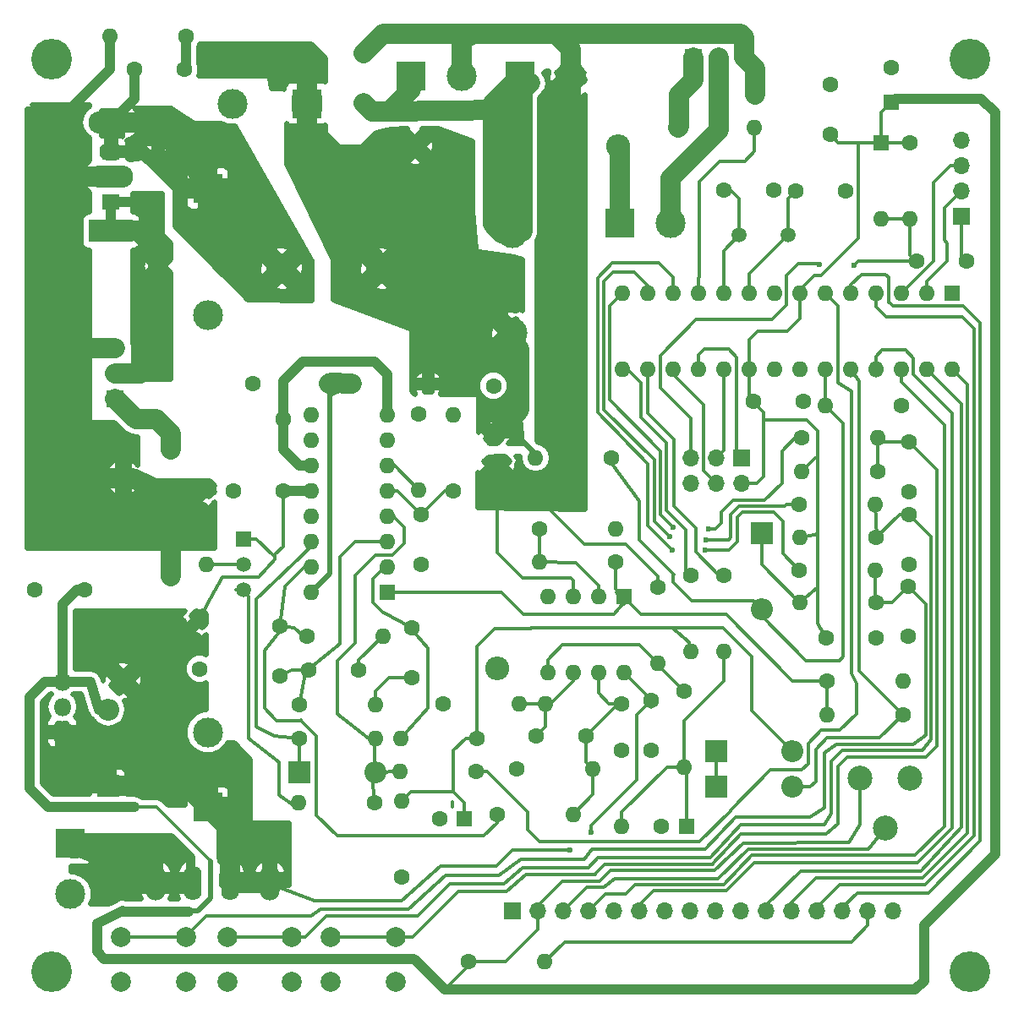
<source format=gbr>
G04 #@! TF.FileFunction,Copper,L2,Bot,Signal*
%FSLAX46Y46*%
G04 Gerber Fmt 4.6, Leading zero omitted, Abs format (unit mm)*
G04 Created by KiCad (PCBNEW 4.0.7) date 04/11/21 23:21:32*
%MOMM*%
%LPD*%
G01*
G04 APERTURE LIST*
%ADD10C,0.100000*%
%ADD11R,1.600000X1.600000*%
%ADD12O,1.600000X1.600000*%
%ADD13R,1.700000X1.700000*%
%ADD14O,1.700000X1.700000*%
%ADD15R,4.500000X2.250000*%
%ADD16O,4.500000X2.250000*%
%ADD17R,1.800000X1.600000*%
%ADD18C,1.600000*%
%ADD19R,3.000000X3.000000*%
%ADD20O,3.000000X3.000000*%
%ADD21C,3.000000*%
%ADD22C,2.400000*%
%ADD23O,2.400000X2.400000*%
%ADD24C,1.520000*%
%ADD25R,1.520000X1.520000*%
%ADD26R,1.800000X1.800000*%
%ADD27O,1.800000X1.800000*%
%ADD28C,4.064000*%
%ADD29C,1.500000*%
%ADD30R,2.200000X2.200000*%
%ADD31O,2.200000X2.200000*%
%ADD32C,2.000000*%
%ADD33C,2.500000*%
%ADD34O,1.750000X3.500000*%
%ADD35O,2.000000X3.500000*%
%ADD36C,0.600000*%
%ADD37C,0.350000*%
%ADD38C,0.500000*%
%ADD39C,2.000000*%
%ADD40C,1.000000*%
G04 APERTURE END LIST*
D10*
D11*
X136000000Y-57500000D03*
D12*
X102980000Y-65120000D03*
X133460000Y-57500000D03*
X105520000Y-65120000D03*
X130920000Y-57500000D03*
X108060000Y-65120000D03*
X128380000Y-57500000D03*
X110600000Y-65120000D03*
X125840000Y-57500000D03*
X113140000Y-65120000D03*
X123300000Y-57500000D03*
X115680000Y-65120000D03*
X120760000Y-57500000D03*
X118220000Y-65120000D03*
X118220000Y-57500000D03*
X120760000Y-65120000D03*
X115680000Y-57500000D03*
X123300000Y-65120000D03*
X113140000Y-57500000D03*
X125840000Y-65120000D03*
X110600000Y-57500000D03*
X128380000Y-65120000D03*
X108060000Y-57500000D03*
X130920000Y-65120000D03*
X105520000Y-57500000D03*
X133460000Y-65120000D03*
X102980000Y-57500000D03*
X136000000Y-65120000D03*
D13*
X114900000Y-74000000D03*
D14*
X114900000Y-76540000D03*
X112360000Y-74000000D03*
X112360000Y-76540000D03*
X109820000Y-74000000D03*
X109820000Y-76540000D03*
D15*
X51780000Y-51280000D03*
D16*
X51780000Y-45830000D03*
X51780000Y-40380000D03*
D17*
X51780000Y-48330000D03*
X51780000Y-43330000D03*
D11*
X87150000Y-110200000D03*
D18*
X84650000Y-110200000D03*
D19*
X61450000Y-47000000D03*
D20*
X61450000Y-59700000D03*
D18*
X131040000Y-99720000D03*
D12*
X123420000Y-99720000D03*
D19*
X81810000Y-35740000D03*
D21*
X86890000Y-35740000D03*
D22*
X82200000Y-42800000D03*
D23*
X102520000Y-42800000D03*
D18*
X56500000Y-54800000D03*
D12*
X56500000Y-42100000D03*
D24*
X65000000Y-84640000D03*
X65000000Y-87180000D03*
D25*
X65000000Y-82100000D03*
D18*
X105850000Y-98300000D03*
X105850000Y-103300000D03*
X94700000Y-81150000D03*
D12*
X102320000Y-81150000D03*
D11*
X129900000Y-38400000D03*
D18*
X129900000Y-34900000D03*
D11*
X128900000Y-42400000D03*
D12*
X128900000Y-50020000D03*
D18*
X131800000Y-42400000D03*
D12*
X131800000Y-50020000D03*
D26*
X46900000Y-101500000D03*
D27*
X46900000Y-98960000D03*
X46900000Y-96420000D03*
D28*
X45804000Y-34016000D03*
X137752000Y-34016000D03*
X137752000Y-125456000D03*
X45804000Y-125456000D03*
D13*
X136900000Y-49800000D03*
D14*
X136900000Y-47260000D03*
X136900000Y-44720000D03*
X136900000Y-42180000D03*
D29*
X119550000Y-51700000D03*
X114670000Y-51700000D03*
D30*
X51500000Y-106850000D03*
D31*
X51500000Y-99230000D03*
D19*
X92740000Y-35740000D03*
D21*
X97820000Y-35740000D03*
D32*
X59300000Y-122000000D03*
X59300000Y-126500000D03*
X52800000Y-122000000D03*
X52800000Y-126500000D03*
X69900000Y-122000000D03*
X69900000Y-126500000D03*
X63400000Y-122000000D03*
X63400000Y-126500000D03*
X80300000Y-122000000D03*
X80300000Y-126500000D03*
X73800000Y-122000000D03*
X73800000Y-126500000D03*
D21*
X68880000Y-55050000D03*
X78880000Y-55050000D03*
D18*
X102300000Y-84400000D03*
D12*
X94680000Y-84400000D03*
D18*
X87600000Y-124500000D03*
D12*
X95220000Y-124500000D03*
D22*
X90400000Y-74800000D03*
D23*
X90400000Y-95120000D03*
D18*
X128400000Y-88500000D03*
D12*
X120780000Y-88500000D03*
D18*
X128400000Y-82000000D03*
D12*
X120780000Y-82000000D03*
D18*
X128500000Y-75400000D03*
D12*
X120880000Y-75400000D03*
D18*
X120700000Y-85300000D03*
D12*
X128320000Y-85300000D03*
D18*
X120700000Y-78700000D03*
D12*
X128320000Y-78700000D03*
D18*
X120900000Y-72000000D03*
D12*
X128520000Y-72000000D03*
D33*
X129300000Y-111140000D03*
X126800000Y-106100000D03*
X131800000Y-106100000D03*
D13*
X92000000Y-119400000D03*
D14*
X94540000Y-119400000D03*
X97080000Y-119400000D03*
X99620000Y-119400000D03*
X102160000Y-119400000D03*
X104700000Y-119400000D03*
X107240000Y-119400000D03*
X109780000Y-119400000D03*
X112320000Y-119400000D03*
X114860000Y-119400000D03*
X117400000Y-119400000D03*
X119940000Y-119400000D03*
X122480000Y-119400000D03*
X125020000Y-119400000D03*
X127560000Y-119400000D03*
X130100000Y-119400000D03*
D18*
X108600000Y-40900000D03*
D12*
X116220000Y-40900000D03*
D18*
X76550000Y-95300000D03*
X71550000Y-95300000D03*
X131600000Y-86900000D03*
X131600000Y-91900000D03*
X131700000Y-79700000D03*
X131700000Y-84700000D03*
X131700000Y-72400000D03*
X131700000Y-77400000D03*
X77090000Y-38450000D03*
X77090000Y-33450000D03*
X69000000Y-77300000D03*
X64000000Y-77300000D03*
X125350000Y-47250000D03*
X120350000Y-47250000D03*
X116100000Y-68300000D03*
X121100000Y-68300000D03*
X123800000Y-41600000D03*
X123800000Y-36600000D03*
X118150000Y-47200000D03*
X113150000Y-47200000D03*
X123350000Y-92050000D03*
X128350000Y-92050000D03*
X49100000Y-87200000D03*
X44100000Y-87200000D03*
X137400000Y-54300000D03*
X132400000Y-54300000D03*
D26*
X110100000Y-33900000D03*
D27*
X112640000Y-33900000D03*
X115180000Y-33900000D03*
D18*
X116280000Y-37640000D03*
D12*
X108660000Y-37640000D03*
D18*
X90080000Y-71780000D03*
X90080000Y-66780000D03*
X82800000Y-79700000D03*
X82800000Y-84700000D03*
D11*
X109400000Y-110900000D03*
D18*
X106900000Y-110900000D03*
D19*
X71400000Y-38500000D03*
D21*
X63900000Y-38500000D03*
D18*
X81900000Y-96050000D03*
X81900000Y-91050000D03*
D34*
X63710000Y-116600000D03*
D35*
X67660000Y-116600000D03*
D34*
X59960000Y-116600000D03*
D35*
X56260000Y-116600000D03*
D26*
X52150000Y-68050000D03*
D27*
X52150000Y-65510000D03*
X52150000Y-62970000D03*
D18*
X57750000Y-73200000D03*
D12*
X57750000Y-85900000D03*
D22*
X53000000Y-96350000D03*
D23*
X53000000Y-76030000D03*
D11*
X103100000Y-87900000D03*
D12*
X95480000Y-95520000D03*
X100560000Y-87900000D03*
X98020000Y-95520000D03*
X98020000Y-87900000D03*
X100560000Y-95520000D03*
X95480000Y-87900000D03*
X103100000Y-95520000D03*
D11*
X79400000Y-87500000D03*
D12*
X71780000Y-69720000D03*
X79400000Y-84960000D03*
X71780000Y-72260000D03*
X79400000Y-82420000D03*
X71780000Y-74800000D03*
X79400000Y-79880000D03*
X71780000Y-77340000D03*
X79400000Y-77340000D03*
X71780000Y-79880000D03*
X79400000Y-74800000D03*
X71780000Y-82420000D03*
X79400000Y-72260000D03*
X71780000Y-84960000D03*
X79400000Y-69720000D03*
X71780000Y-87500000D03*
D18*
X109850000Y-85750000D03*
D12*
X109850000Y-93370000D03*
D18*
X80900000Y-116000000D03*
D12*
X80900000Y-108380000D03*
D18*
X88400000Y-102100000D03*
D12*
X80780000Y-102100000D03*
D18*
X82600000Y-69600000D03*
D12*
X82600000Y-77220000D03*
D18*
X70650000Y-98750000D03*
D12*
X78270000Y-98750000D03*
D18*
X70610000Y-102110000D03*
D12*
X78230000Y-102110000D03*
D18*
X86000000Y-77300000D03*
D12*
X86000000Y-69680000D03*
D18*
X88350000Y-105450000D03*
D12*
X80730000Y-105450000D03*
D18*
X71350000Y-91850000D03*
D12*
X78970000Y-91850000D03*
D18*
X102900000Y-103300000D03*
D12*
X102900000Y-110920000D03*
D18*
X113100000Y-85800000D03*
D12*
X113100000Y-93420000D03*
D18*
X75900000Y-66600000D03*
D12*
X83520000Y-66600000D03*
D18*
X66000000Y-66600000D03*
D12*
X73620000Y-66600000D03*
D18*
X101900000Y-74000000D03*
D12*
X94280000Y-74000000D03*
D18*
X130900000Y-68800000D03*
D12*
X123280000Y-68800000D03*
D18*
X123420000Y-96340000D03*
D12*
X131040000Y-96340000D03*
D18*
X60650000Y-90150000D03*
X60650000Y-95150000D03*
X90400000Y-109750000D03*
D12*
X98020000Y-109750000D03*
D18*
X78180000Y-108570000D03*
D12*
X70560000Y-108570000D03*
D30*
X70610000Y-105500000D03*
D31*
X78230000Y-105500000D03*
D18*
X68700000Y-90900000D03*
X68700000Y-95900000D03*
X54120000Y-35090000D03*
X59120000Y-35090000D03*
X59290000Y-31800000D03*
D12*
X51670000Y-31800000D03*
D30*
X112350000Y-103380000D03*
D31*
X119970000Y-103380000D03*
D30*
X116900000Y-81550000D03*
D31*
X116900000Y-89170000D03*
D30*
X112350000Y-106980000D03*
D31*
X119970000Y-106980000D03*
D18*
X61300000Y-77100000D03*
D12*
X61300000Y-84720000D03*
D18*
X69000000Y-70150000D03*
D12*
X56300000Y-70150000D03*
D18*
X106550000Y-86950000D03*
D12*
X106550000Y-94570000D03*
D18*
X102900000Y-98650000D03*
D12*
X95280000Y-98650000D03*
D18*
X85000000Y-98650000D03*
D12*
X92620000Y-98650000D03*
D18*
X109150000Y-97350000D03*
D12*
X109150000Y-104970000D03*
D18*
X94300000Y-101900000D03*
X99300000Y-101900000D03*
D19*
X47700000Y-112650000D03*
D21*
X47700000Y-117730000D03*
D19*
X102750000Y-50450000D03*
D21*
X107830000Y-50450000D03*
D19*
X61460000Y-109000000D03*
D21*
X61460000Y-101500000D03*
X91950000Y-61500000D03*
X91950000Y-51500000D03*
D18*
X92400000Y-105200000D03*
D12*
X100020000Y-105200000D03*
D36*
X122700000Y-54600000D03*
X126200000Y-54700000D03*
X97750000Y-113300000D03*
X99850000Y-111550000D03*
X107950000Y-83250000D03*
X111275000Y-83250000D03*
X107725000Y-81900000D03*
X111350000Y-82200000D03*
X111575000Y-81100000D03*
X108025000Y-80950000D03*
D37*
X85950000Y-108950000D02*
X85950000Y-108500000D01*
X116900000Y-89850000D02*
X121350000Y-94300000D01*
X121350000Y-94300000D02*
X124700000Y-94300000D01*
X124700000Y-94300000D02*
X125100000Y-93900000D01*
X125100000Y-93900000D02*
X125100000Y-70520000D01*
X125100000Y-70520000D02*
X123280000Y-68800000D01*
X116900000Y-89170000D02*
X116900000Y-89850000D01*
X116900000Y-89170000D02*
X117370000Y-89170000D01*
X108075000Y-85625000D02*
X108075000Y-86475000D01*
X116080000Y-88350000D02*
X116900000Y-89170000D01*
X109950000Y-88350000D02*
X116080000Y-88350000D01*
X108075000Y-86475000D02*
X109950000Y-88350000D01*
X101900000Y-74000000D02*
X101900000Y-74550000D01*
X101900000Y-74550000D02*
X104650000Y-78300000D01*
X104650000Y-78300000D02*
X104650000Y-82200000D01*
X104650000Y-82200000D02*
X108075000Y-85625000D01*
X108075000Y-85625000D02*
X108150000Y-85700000D01*
X123280000Y-68800000D02*
X123280000Y-65140000D01*
X123280000Y-65140000D02*
X123300000Y-65120000D01*
X119970000Y-106980000D02*
X121790000Y-106980000D01*
X128750000Y-102010000D02*
X131040000Y-99720000D01*
X123500000Y-102010000D02*
X128750000Y-102010000D01*
X122320000Y-103190000D02*
X123500000Y-102010000D01*
X122320000Y-106450000D02*
X122320000Y-103190000D01*
X121790000Y-106980000D02*
X122320000Y-106450000D01*
X126700000Y-95100000D02*
X126700000Y-95380000D01*
X126700000Y-95100000D02*
X126700000Y-66280000D01*
X125840000Y-65120000D02*
X126700000Y-66280000D01*
X126700000Y-95380000D02*
X131040000Y-99720000D01*
D38*
X125840000Y-65120000D02*
X125840000Y-65360000D01*
D37*
X125840000Y-65760000D02*
X125840000Y-65120000D01*
X119550000Y-51700000D02*
X119550000Y-48050000D01*
X119550000Y-48050000D02*
X120350000Y-47250000D01*
X115680000Y-57500000D02*
X115680000Y-55570000D01*
X115680000Y-55570000D02*
X119550000Y-51700000D01*
X113150000Y-47200000D02*
X113850000Y-47200000D01*
X113850000Y-47200000D02*
X114670000Y-48020000D01*
X114670000Y-48020000D02*
X114670000Y-51700000D01*
X113140000Y-57500000D02*
X113140000Y-53230000D01*
X113140000Y-53230000D02*
X114670000Y-51700000D01*
X114350000Y-51380000D02*
X114670000Y-51700000D01*
X110600000Y-65120000D02*
X110600000Y-63700000D01*
X114400000Y-63900000D02*
X114400000Y-73500000D01*
X113600000Y-63100000D02*
X114400000Y-63900000D01*
X111200000Y-63100000D02*
X113600000Y-63100000D01*
X110600000Y-63700000D02*
X111200000Y-63100000D01*
X114400000Y-73500000D02*
X114900000Y-74000000D01*
X133460000Y-57500000D02*
X133460000Y-56340000D01*
X135200000Y-48960000D02*
X136900000Y-47260000D01*
X135200000Y-52200000D02*
X135200000Y-48960000D01*
X135500000Y-52500000D02*
X135200000Y-52200000D01*
X135500000Y-54300000D02*
X135500000Y-52500000D01*
X133460000Y-56340000D02*
X135500000Y-54300000D01*
X136900000Y-47260000D02*
X136440000Y-47260000D01*
X136900000Y-49800000D02*
X136900000Y-53800000D01*
X136900000Y-53800000D02*
X137400000Y-54300000D01*
X109820000Y-74000000D02*
X109820000Y-70070000D01*
X109820000Y-70070000D02*
X106760000Y-67010000D01*
X120600000Y-54500000D02*
X119900000Y-55200000D01*
X122600000Y-54500000D02*
X120600000Y-54500000D01*
X122700000Y-54600000D02*
X122600000Y-54500000D01*
X126600000Y-54300000D02*
X126200000Y-54700000D01*
X119400000Y-55700000D02*
X119900000Y-55200000D01*
X119400000Y-58700000D02*
X119400000Y-55700000D01*
X118700000Y-59400000D02*
X119400000Y-58700000D01*
X126600000Y-54300000D02*
X132400000Y-54300000D01*
X117960000Y-60140000D02*
X118700000Y-59400000D01*
X110360000Y-60140000D02*
X117960000Y-60140000D01*
X106760000Y-63740000D02*
X110360000Y-60140000D01*
X106760000Y-67010000D02*
X106760000Y-63740000D01*
X131800000Y-50020000D02*
X131800000Y-53700000D01*
X131800000Y-53700000D02*
X132400000Y-54300000D01*
X131800000Y-50020000D02*
X128900000Y-50020000D01*
X130920000Y-57500000D02*
X130920000Y-57480000D01*
X130920000Y-57480000D02*
X134100000Y-54300000D01*
X134100000Y-54300000D02*
X134100000Y-46400000D01*
X134100000Y-46400000D02*
X135780000Y-44720000D01*
X135780000Y-44720000D02*
X136900000Y-44720000D01*
X136180000Y-44720000D02*
X136900000Y-44720000D01*
X99850000Y-111550000D02*
X99850000Y-110850000D01*
X90350000Y-114900000D02*
X91950000Y-113300000D01*
X91950000Y-113300000D02*
X97750000Y-113300000D01*
X90200000Y-114900000D02*
X90250000Y-114900000D01*
X90250000Y-114900000D02*
X90350000Y-114900000D01*
X104400000Y-99750000D02*
X105850000Y-98300000D01*
X104400000Y-106300000D02*
X104400000Y-99750000D01*
X99850000Y-110850000D02*
X104400000Y-106300000D01*
D39*
X51500000Y-106850000D02*
X59310000Y-106850000D01*
X59310000Y-106850000D02*
X61460000Y-109000000D01*
X63710000Y-116600000D02*
X63710000Y-111250000D01*
X63710000Y-111250000D02*
X61460000Y-109000000D01*
D37*
X105850000Y-98300000D02*
X105850000Y-98270000D01*
X105850000Y-98270000D02*
X103100000Y-95520000D01*
X105850000Y-99000000D02*
X105850000Y-98300000D01*
X103100000Y-95520000D02*
X103100000Y-96000000D01*
X60650000Y-90150000D02*
X61700000Y-88100000D01*
X68200000Y-84200000D02*
X68200000Y-83700000D01*
X66600000Y-85950000D02*
X68200000Y-84200000D01*
X62900000Y-85950000D02*
X66600000Y-85950000D01*
X61700000Y-88100000D02*
X62900000Y-85950000D01*
X65000000Y-82100000D02*
X66300000Y-82100000D01*
X66300000Y-82100000D02*
X68050000Y-83850000D01*
X68050000Y-83850000D02*
X68200000Y-83700000D01*
X68200000Y-83700000D02*
X69000000Y-82900000D01*
X69000000Y-82900000D02*
X69000000Y-77300000D01*
X67660000Y-116600000D02*
X67660000Y-116700000D01*
X67660000Y-116700000D02*
X72150000Y-118400000D01*
X72150000Y-118400000D02*
X80850000Y-118400000D01*
X80850000Y-118400000D02*
X84800000Y-114900000D01*
X84800000Y-114900000D02*
X90200000Y-114900000D01*
X90200000Y-114900000D02*
X90300000Y-114900000D01*
D39*
X51500000Y-106850000D02*
X50036280Y-103979047D01*
X50036280Y-103979047D02*
X46900000Y-101500000D01*
D37*
X103100000Y-95520000D02*
X103080000Y-95520000D01*
D39*
X67660000Y-116600000D02*
X63710000Y-116600000D01*
D40*
X71780000Y-77340000D02*
X71060000Y-77340000D01*
X71060000Y-77340000D02*
X69000000Y-77300000D01*
D37*
X107820000Y-91050000D02*
X113040000Y-91050000D01*
X115900000Y-99310000D02*
X119970000Y-103380000D01*
X115900000Y-93910000D02*
X115900000Y-99310000D01*
X113040000Y-91050000D02*
X115900000Y-93910000D01*
X86075000Y-107475000D02*
X81805000Y-107475000D01*
X81805000Y-107475000D02*
X80900000Y-108380000D01*
X88400000Y-102100000D02*
X87300000Y-102100000D01*
X87150000Y-108550000D02*
X87150000Y-110200000D01*
X86050000Y-107450000D02*
X86075000Y-107475000D01*
X86075000Y-107475000D02*
X87150000Y-108550000D01*
X86050000Y-103350000D02*
X86050000Y-107450000D01*
X87300000Y-102100000D02*
X86050000Y-103350000D01*
X88400000Y-102100000D02*
X88400000Y-92900000D01*
X93800000Y-91100000D02*
X93800000Y-91050000D01*
X90200000Y-91100000D02*
X93800000Y-91100000D01*
X88400000Y-92900000D02*
X90200000Y-91100000D01*
X109850000Y-93370000D02*
X109850000Y-93400000D01*
X108000000Y-91050000D02*
X107820000Y-91050000D01*
X107820000Y-91050000D02*
X93800000Y-91050000D01*
X109700000Y-92970000D02*
X109700000Y-92450000D01*
X109700000Y-92450000D02*
X108000000Y-91050000D01*
X88400000Y-102100000D02*
X88400000Y-102500000D01*
X86000000Y-77300000D02*
X85200000Y-77300000D01*
X85200000Y-77300000D02*
X82800000Y-79700000D01*
X79400000Y-77340000D02*
X80440000Y-77340000D01*
X80440000Y-77340000D02*
X82800000Y-79700000D01*
X79440000Y-77300000D02*
X79400000Y-77340000D01*
X76550000Y-95300000D02*
X76550000Y-94270000D01*
X76550000Y-94270000D02*
X78970000Y-91850000D01*
X78950000Y-91850000D02*
X78650000Y-91850000D01*
X121500000Y-110000000D02*
X121800000Y-110000000D01*
X121800000Y-110000000D02*
X123200000Y-109050000D01*
X133349998Y-91400000D02*
X133349998Y-88649998D01*
X123200000Y-103600000D02*
X123200000Y-109050000D01*
X124350000Y-102700000D02*
X123200000Y-103600000D01*
X132100000Y-102700000D02*
X124350000Y-102700000D01*
X133349998Y-101750002D02*
X132100000Y-102700000D01*
X133349998Y-99500000D02*
X133349998Y-91400000D01*
X133349998Y-99500000D02*
X133349998Y-101750002D01*
X133349998Y-88649998D02*
X131600000Y-86900000D01*
X128400000Y-88500000D02*
X130000000Y-88500000D01*
X130000000Y-88500000D02*
X131600000Y-86900000D01*
X128320000Y-85300000D02*
X128320000Y-88420000D01*
X128320000Y-88420000D02*
X128400000Y-88500000D01*
X71800000Y-119900000D02*
X72750000Y-119200000D01*
X61300000Y-119900000D02*
X71800000Y-119900000D01*
X59300000Y-121900000D02*
X61300000Y-119900000D01*
X121500000Y-110000000D02*
X114350000Y-110000000D01*
X114350000Y-110000000D02*
X111300000Y-113250000D01*
X111300000Y-113250000D02*
X99900000Y-113250000D01*
X99900000Y-113250000D02*
X99150000Y-114250000D01*
X99150000Y-114250000D02*
X92800000Y-114200000D01*
X92800000Y-114200000D02*
X90600000Y-115800000D01*
X90600000Y-115800000D02*
X85300000Y-115800000D01*
X85300000Y-115800000D02*
X81550000Y-119200000D01*
X81550000Y-119200000D02*
X72750000Y-119200000D01*
X59300000Y-122000000D02*
X59300000Y-121900000D01*
X59300000Y-122000000D02*
X59300000Y-121400000D01*
X52800000Y-122000000D02*
X59300000Y-122000000D01*
X128520000Y-88380000D02*
X128400000Y-88500000D01*
X128320000Y-88420000D02*
X128400000Y-88500000D01*
X85700000Y-116650000D02*
X85700000Y-116700000D01*
X133900000Y-100949998D02*
X133900000Y-83900000D01*
X71200000Y-122000000D02*
X73300000Y-119900000D01*
X69900000Y-122000000D02*
X71200000Y-122000000D01*
X133900000Y-102200000D02*
X133000000Y-103300000D01*
X133000000Y-103300000D02*
X125000000Y-103300000D01*
X125000000Y-103300000D02*
X123900000Y-104450000D01*
X123900000Y-104450000D02*
X123900000Y-109650000D01*
X123900000Y-109650000D02*
X123200000Y-110800000D01*
X123200000Y-110800000D02*
X114800000Y-110800000D01*
X114800000Y-110800000D02*
X111750000Y-114100000D01*
X111750000Y-114100000D02*
X100550000Y-114100000D01*
X100550000Y-114100000D02*
X99600000Y-115050000D01*
X99600000Y-115050000D02*
X93000000Y-115050000D01*
X93000000Y-115050000D02*
X91100000Y-116650000D01*
X91100000Y-116650000D02*
X85700000Y-116650000D01*
X83700000Y-118700000D02*
X82500000Y-119900000D01*
X82500000Y-119900000D02*
X73300000Y-119900000D01*
X133900000Y-100949998D02*
X133900000Y-102200000D01*
X133900000Y-81900000D02*
X131700000Y-79700000D01*
X133900000Y-83900000D02*
X133900000Y-81900000D01*
X85700000Y-116700000D02*
X83700000Y-118700000D01*
X131700000Y-79700000D02*
X130700000Y-79700000D01*
X130700000Y-79700000D02*
X128400000Y-82000000D01*
X128320000Y-78700000D02*
X128420000Y-81980000D01*
X128420000Y-81980000D02*
X128400000Y-82000000D01*
X69900000Y-122000000D02*
X69900000Y-121800000D01*
X63400000Y-122000000D02*
X69900000Y-122000000D01*
X86650000Y-117450000D02*
X86550000Y-117450000D01*
X100250000Y-115700000D02*
X101206866Y-114743134D01*
X101206866Y-114743134D02*
X112040863Y-114743134D01*
X112040863Y-114651475D02*
X112040863Y-114743134D01*
X91350000Y-117450000D02*
X86650000Y-117450000D01*
X93350000Y-115750000D02*
X91350000Y-117450000D01*
X100250000Y-115750000D02*
X93350000Y-115750000D01*
X100250000Y-115750000D02*
X100250000Y-115700000D01*
X82000000Y-122000000D02*
X80300000Y-122000000D01*
X86550000Y-117450000D02*
X82000000Y-122000000D01*
X134500000Y-101900000D02*
X134500000Y-102900000D01*
X134500000Y-101900000D02*
X134500000Y-75200000D01*
X134500000Y-75200000D02*
X131700000Y-72400000D01*
X134500000Y-102900000D02*
X133400000Y-104000000D01*
X133400000Y-104000000D02*
X125500000Y-104000000D01*
X125500000Y-104000000D02*
X124600000Y-104900000D01*
X124600000Y-104900000D02*
X124550000Y-110700000D01*
X124550000Y-110700000D02*
X123350000Y-111700000D01*
X123350000Y-111700000D02*
X114850000Y-111700000D01*
X114850000Y-111700000D02*
X112040863Y-114651475D01*
X112040863Y-114651475D02*
X112000000Y-114700000D01*
X73800000Y-122000000D02*
X73800000Y-121400000D01*
X73800000Y-122000000D02*
X73800000Y-121900000D01*
X80300000Y-122000000D02*
X73800000Y-122000000D01*
X131700000Y-72400000D02*
X128920000Y-72400000D01*
X128920000Y-72400000D02*
X128520000Y-72000000D01*
X128520000Y-72000000D02*
X128520000Y-75380000D01*
X128520000Y-75380000D02*
X128500000Y-75400000D01*
X128520000Y-75380000D02*
X128500000Y-75400000D01*
X94540000Y-119400000D02*
X94540000Y-121260000D01*
X91300000Y-124500000D02*
X87600000Y-124500000D01*
X94540000Y-121260000D02*
X91300000Y-124500000D01*
X94540000Y-119400000D02*
X94540000Y-118860000D01*
X94540000Y-118860000D02*
X96950000Y-116450000D01*
X112350000Y-103380000D02*
X112350000Y-106980000D01*
X54130000Y-109000000D02*
X56310000Y-109000000D01*
X56310000Y-109000000D02*
X61700000Y-114390000D01*
D38*
X61700000Y-117140000D02*
X61700000Y-118090000D01*
X59150000Y-119360000D02*
X59150000Y-119500000D01*
X60430000Y-119360000D02*
X59150000Y-119360000D01*
X61700000Y-118090000D02*
X60430000Y-119360000D01*
D40*
X45500000Y-109000000D02*
X54130000Y-109000000D01*
D38*
X61700000Y-114390000D02*
X61700000Y-117140000D01*
X61700000Y-117140000D02*
X61700000Y-117200000D01*
D40*
X52800000Y-119500000D02*
X59150000Y-119500000D01*
X59150000Y-119500000D02*
X59400000Y-119500000D01*
X59400000Y-119500000D02*
X59500000Y-119500000D01*
X52900000Y-119400000D02*
X52800000Y-119500000D01*
X52800000Y-119500000D02*
X50400000Y-120700000D01*
X43600000Y-107100000D02*
X45500000Y-109000000D01*
X43600000Y-100600000D02*
X43600000Y-107100000D01*
X43600000Y-98000000D02*
X45180000Y-96420000D01*
X43600000Y-100600000D02*
X43600000Y-98000000D01*
X49100000Y-87200000D02*
X48400000Y-87200000D01*
X48400000Y-87200000D02*
X46900000Y-88700000D01*
X46900000Y-88700000D02*
X46900000Y-96420000D01*
D37*
X120780000Y-88500000D02*
X120700000Y-88500000D01*
X120700000Y-88500000D02*
X116900000Y-84700000D01*
X116900000Y-84700000D02*
X116900000Y-81550000D01*
X122500000Y-87000000D02*
X122500000Y-90600000D01*
X122500000Y-90600000D02*
X123350000Y-92050000D01*
X112200000Y-115350000D02*
X101750000Y-115350000D01*
X101750000Y-115350000D02*
X100650000Y-116450000D01*
X126800000Y-106100000D02*
X126800000Y-110800000D01*
X125650000Y-112500000D02*
X126800000Y-110800000D01*
X115050000Y-112650000D02*
X125650000Y-112500000D01*
X112200000Y-115350000D02*
X115050000Y-112650000D01*
X96950000Y-116450000D02*
X100650000Y-116450000D01*
D40*
X46900000Y-96420000D02*
X45180000Y-96420000D01*
X51500000Y-99230000D02*
X50580000Y-99230000D01*
X50580000Y-99230000D02*
X49720000Y-96420000D01*
X49720000Y-96420000D02*
X46900000Y-96420000D01*
D37*
X122500000Y-74000000D02*
X122280000Y-74000000D01*
X122280000Y-74000000D02*
X120880000Y-75400000D01*
X120760000Y-57500000D02*
X120760000Y-57140000D01*
X120760000Y-57140000D02*
X122200000Y-55700000D01*
X126600000Y-52000000D02*
X126600000Y-42400000D01*
X122900000Y-55700000D02*
X126600000Y-52000000D01*
X122200000Y-55700000D02*
X122900000Y-55700000D01*
X120680000Y-88600000D02*
X120780000Y-88500000D01*
X128900000Y-42400000D02*
X126600000Y-42400000D01*
X126600000Y-42400000D02*
X124600000Y-42400000D01*
X124600000Y-42400000D02*
X123800000Y-41600000D01*
X131800000Y-42400000D02*
X128900000Y-42400000D01*
X128900000Y-42400000D02*
X128900000Y-39400000D01*
X128900000Y-39400000D02*
X129900000Y-38400000D01*
D40*
X130300000Y-38000000D02*
X138900000Y-38000000D01*
X140300000Y-39400000D02*
X138900000Y-38000000D01*
X140300000Y-113700000D02*
X140300000Y-39400000D01*
X133200000Y-120800000D02*
X140300000Y-113700000D01*
X133200000Y-126400000D02*
X132300000Y-127300000D01*
X132300000Y-127300000D02*
X85200000Y-127300000D01*
X133200000Y-120800000D02*
X133200000Y-126400000D01*
X130300000Y-38000000D02*
X129900000Y-38400000D01*
D37*
X87600000Y-124500000D02*
X87600000Y-124900000D01*
X87600000Y-124900000D02*
X85200000Y-127300000D01*
X87900000Y-124500000D02*
X87600000Y-124500000D01*
D40*
X85200000Y-127300000D02*
X82200000Y-124300000D01*
X50400000Y-120700000D02*
X50400000Y-123500000D01*
X50400000Y-123500000D02*
X51100000Y-124200000D01*
X51100000Y-124200000D02*
X82100000Y-124200000D01*
X82200000Y-124300000D02*
X82100000Y-124200000D01*
D37*
X120780000Y-82000000D02*
X120900000Y-82000000D01*
X120900000Y-82000000D02*
X122500000Y-81600000D01*
X120880000Y-75400000D02*
X120900000Y-75400000D01*
X117100000Y-70200000D02*
X121400000Y-70200000D01*
X122500000Y-87000000D02*
X120780000Y-88500000D01*
X122500000Y-71300000D02*
X122500000Y-74000000D01*
X122500000Y-74000000D02*
X122500000Y-81600000D01*
X122500000Y-81600000D02*
X122500000Y-87000000D01*
X121400000Y-70200000D02*
X122500000Y-71300000D01*
X116100000Y-68300000D02*
X116100000Y-68400000D01*
X116100000Y-68400000D02*
X117100000Y-69400000D01*
X116460000Y-76540000D02*
X114900000Y-76540000D01*
X117100000Y-75900000D02*
X116460000Y-76540000D01*
X117100000Y-69400000D02*
X117100000Y-70200000D01*
X117100000Y-70200000D02*
X117100000Y-75900000D01*
X120620000Y-81720000D02*
X120800000Y-81900000D01*
X115680000Y-65120000D02*
X115680000Y-62120000D01*
X120760000Y-60040000D02*
X120760000Y-57500000D01*
X119500000Y-61300000D02*
X120760000Y-60040000D01*
X116500000Y-61300000D02*
X119500000Y-61300000D01*
X115680000Y-62120000D02*
X116500000Y-61300000D01*
X120880000Y-75400000D02*
X121400000Y-75400000D01*
X116100000Y-68300000D02*
X116000000Y-68300000D01*
X115680000Y-65120000D02*
X115680000Y-67880000D01*
X115680000Y-67880000D02*
X116100000Y-68300000D01*
D38*
X120760000Y-57500000D02*
X120760000Y-57840000D01*
D37*
X113140000Y-65120000D02*
X113140000Y-73220000D01*
X113140000Y-73220000D02*
X112360000Y-74000000D01*
X111100000Y-69560000D02*
X111100000Y-68690000D01*
X111100000Y-68690000D02*
X108060000Y-65650000D01*
X108060000Y-65650000D02*
X108060000Y-65120000D01*
X111100000Y-75280000D02*
X112360000Y-76540000D01*
X111100000Y-69400000D02*
X111100000Y-69560000D01*
X111100000Y-69560000D02*
X111100000Y-75280000D01*
X108060000Y-65120000D02*
X108060000Y-65460000D01*
X94680000Y-84400000D02*
X94680000Y-81170000D01*
X94680000Y-81170000D02*
X94700000Y-81150000D01*
X100560000Y-86760000D02*
X100560000Y-87900000D01*
X100560000Y-87900000D02*
X100560000Y-87660000D01*
X98300000Y-84500000D02*
X100560000Y-86760000D01*
X94680000Y-84400000D02*
X98300000Y-84500000D01*
X94580000Y-81270000D02*
X94700000Y-81150000D01*
X127560000Y-119400000D02*
X127560000Y-120840000D01*
X97220000Y-122500000D02*
X95220000Y-124500000D01*
X125900000Y-122500000D02*
X97220000Y-122500000D01*
X127560000Y-120840000D02*
X125900000Y-122500000D01*
X120700000Y-85300000D02*
X120700000Y-85275000D01*
X120700000Y-85275000D02*
X119025000Y-83600000D01*
X108060000Y-55910000D02*
X108060000Y-57500000D01*
X106575000Y-54425000D02*
X108060000Y-55910000D01*
X101975000Y-54425000D02*
X106575000Y-54425000D01*
X100550000Y-55975000D02*
X101975000Y-54425000D01*
X100550000Y-69400000D02*
X100550000Y-55975000D01*
X105500000Y-74625000D02*
X100550000Y-69400000D01*
X105500000Y-80800000D02*
X105500000Y-74625000D01*
X107950000Y-83250000D02*
X105500000Y-80800000D01*
X113600000Y-83250000D02*
X111275000Y-83250000D01*
X114475000Y-82375000D02*
X113600000Y-83250000D01*
X114475000Y-79925000D02*
X114475000Y-82375000D01*
X114975000Y-79425000D02*
X114475000Y-79925000D01*
X118100000Y-79425000D02*
X114975000Y-79425000D01*
X119025000Y-80350000D02*
X118100000Y-79425000D01*
X119025000Y-83600000D02*
X119025000Y-80350000D01*
X120700000Y-85300000D02*
X120300000Y-85300000D01*
X120700000Y-78700000D02*
X119400000Y-78700000D01*
X104150000Y-55400000D02*
X105520000Y-56770000D01*
X102025000Y-55400000D02*
X104150000Y-55400000D01*
X101125000Y-56300000D02*
X102025000Y-55400000D01*
X101125000Y-69175000D02*
X101125000Y-56300000D01*
X106150000Y-74200000D02*
X101125000Y-69175000D01*
X106150000Y-80325000D02*
X106150000Y-74200000D01*
X107725000Y-81900000D02*
X106150000Y-80325000D01*
X113600000Y-82200000D02*
X111350000Y-82200000D01*
X113850000Y-81950000D02*
X113600000Y-82200000D01*
X113850000Y-79700000D02*
X113850000Y-81950000D01*
X114675002Y-78874998D02*
X113850000Y-79700000D01*
X119225002Y-78874998D02*
X114675002Y-78874998D01*
X119400000Y-78700000D02*
X119225002Y-78874998D01*
X105520000Y-56770000D02*
X105520000Y-57500000D01*
X105520000Y-57045000D02*
X105520000Y-57500000D01*
X105520000Y-57500000D02*
X105520000Y-57580000D01*
X120900000Y-72000000D02*
X120250000Y-72000000D01*
X120250000Y-72000000D02*
X118950000Y-73300000D01*
X118950000Y-73300000D02*
X118950000Y-76525000D01*
X118950000Y-76525000D02*
X117225000Y-78250000D01*
X117225000Y-78250000D02*
X114025000Y-78250000D01*
X114025000Y-78250000D02*
X112875000Y-79400000D01*
X112875000Y-79400000D02*
X112875000Y-80550000D01*
X112875000Y-80550000D02*
X112325000Y-81100000D01*
X112325000Y-81100000D02*
X111575000Y-81100000D01*
X108025000Y-80950000D02*
X106800000Y-79725000D01*
X106800000Y-79725000D02*
X106800000Y-73325000D01*
X106800000Y-73325000D02*
X101675002Y-68200002D01*
X101675002Y-68200002D02*
X101675002Y-58804998D01*
X101675002Y-58804998D02*
X102980000Y-57500000D01*
X102980000Y-57500000D02*
X103000000Y-57500000D01*
X101100000Y-117050000D02*
X99430000Y-117050000D01*
X129300000Y-111140000D02*
X127590000Y-113200000D01*
X115550000Y-113200000D02*
X127590000Y-113200000D01*
X112550000Y-116150000D02*
X115550000Y-113200000D01*
X102250000Y-116150000D02*
X112550000Y-116150000D01*
X101124267Y-117031008D02*
X102250000Y-116150000D01*
X101100000Y-117050000D02*
X101124267Y-117031008D01*
X99430000Y-117050000D02*
X97080000Y-119400000D01*
D39*
X91950000Y-51500000D02*
X90900000Y-51500000D01*
X90900000Y-51500000D02*
X90000000Y-50600000D01*
X90000000Y-50600000D02*
X90000000Y-38480000D01*
X90000000Y-38480000D02*
X92740000Y-35740000D01*
X92950000Y-51300000D02*
X92620000Y-51300000D01*
X92620000Y-51300000D02*
X91020000Y-49900000D01*
X91020000Y-49900000D02*
X91020000Y-38970000D01*
X92950000Y-51300000D02*
X92950000Y-36330000D01*
X92950000Y-36330000D02*
X92740000Y-35740000D01*
X92950000Y-36330000D02*
X92740000Y-35740000D01*
X81810000Y-35740000D02*
X81810000Y-37100000D01*
X81810000Y-37100000D02*
X79600000Y-39310000D01*
X92740000Y-35740000D02*
X92740000Y-37355000D01*
X92740000Y-37355000D02*
X93740000Y-36450000D01*
X93740000Y-36450000D02*
X91020000Y-38970000D01*
X91020000Y-38970000D02*
X90880000Y-39110000D01*
X90880000Y-39110000D02*
X79600000Y-39310000D01*
X79600000Y-39310000D02*
X77950000Y-39310000D01*
X77950000Y-39310000D02*
X77090000Y-38450000D01*
D37*
X110600000Y-57500000D02*
X110600000Y-56000000D01*
X116220000Y-43305000D02*
X116220000Y-40900000D01*
X115225000Y-44300000D02*
X116220000Y-43305000D01*
X112675000Y-44300000D02*
X115225000Y-44300000D01*
X110675000Y-46300000D02*
X112675000Y-44300000D01*
X110675000Y-55925000D02*
X110675000Y-46300000D01*
X110600000Y-56000000D02*
X110675000Y-55925000D01*
X116220000Y-40900000D02*
X116220000Y-40980000D01*
X122480000Y-119400000D02*
X122480000Y-119020000D01*
X122480000Y-119020000D02*
X124700000Y-116800000D01*
X138200000Y-104900000D02*
X138200000Y-111900000D01*
X133300000Y-116800000D02*
X124700000Y-116800000D01*
X138200000Y-111900000D02*
X133300000Y-116800000D01*
X138200000Y-104900000D02*
X138200000Y-61100000D01*
X138200000Y-61100000D02*
X137000000Y-59900000D01*
X137000000Y-59900000D02*
X129400000Y-59900000D01*
X129400000Y-59900000D02*
X128380000Y-58880000D01*
X128380000Y-58880000D02*
X128380000Y-57500000D01*
X125020000Y-119400000D02*
X125020000Y-119080000D01*
X125020000Y-119080000D02*
X126500000Y-117600000D01*
X138800000Y-105600000D02*
X138800000Y-112400000D01*
X129600000Y-58400000D02*
X129600000Y-55900000D01*
X129600000Y-55900000D02*
X129300000Y-55600000D01*
X129300000Y-55600000D02*
X126900000Y-55600000D01*
X126900000Y-55600000D02*
X125840000Y-56660000D01*
X125840000Y-57500000D02*
X125840000Y-56660000D01*
X137100000Y-58800000D02*
X130100000Y-58800000D01*
X138800000Y-60500000D02*
X137100000Y-58800000D01*
X138800000Y-105600000D02*
X138800000Y-60500000D01*
X129700000Y-58400000D02*
X130100000Y-58800000D01*
X129600000Y-58400000D02*
X129700000Y-58400000D01*
X133600000Y-117600000D02*
X126500000Y-117600000D01*
X138800000Y-112400000D02*
X133600000Y-117600000D01*
X126300000Y-57040000D02*
X125840000Y-57500000D01*
X125840000Y-57500000D02*
X125840000Y-56860000D01*
X104700000Y-119400000D02*
X104700000Y-118800000D01*
X104700000Y-118800000D02*
X106100000Y-117400000D01*
X136000000Y-102900000D02*
X136000000Y-111100000D01*
X113400000Y-117400000D02*
X106100000Y-117400000D01*
X116200000Y-114600000D02*
X113400000Y-117400000D01*
X132500000Y-114600000D02*
X116200000Y-114600000D01*
X136000000Y-111100000D02*
X132500000Y-114600000D01*
X136000000Y-102900000D02*
X136000000Y-69500000D01*
X136000000Y-69500000D02*
X133400000Y-66900000D01*
X133400000Y-66900000D02*
X132100000Y-65600000D01*
X132100000Y-65600000D02*
X132100000Y-64000000D01*
X132100000Y-64000000D02*
X131300000Y-63200000D01*
X131300000Y-63200000D02*
X129000000Y-63200000D01*
X129000000Y-63200000D02*
X128380000Y-63820000D01*
X128380000Y-63820000D02*
X128380000Y-65120000D01*
X128380000Y-65780000D02*
X128380000Y-65120000D01*
X104400000Y-116800000D02*
X104200000Y-116800000D01*
X101320000Y-117700000D02*
X99620000Y-119400000D01*
X103300000Y-117700000D02*
X101320000Y-117700000D01*
X104200000Y-116800000D02*
X103300000Y-117700000D01*
X135200000Y-102500000D02*
X135200000Y-110900000D01*
X113100000Y-116800000D02*
X104400000Y-116800000D01*
X115900000Y-113800000D02*
X113100000Y-116800000D01*
X132300000Y-113800000D02*
X115900000Y-113800000D01*
X135200000Y-110900000D02*
X132300000Y-113800000D01*
X130920000Y-66420000D02*
X130920000Y-65120000D01*
X135200000Y-70700000D02*
X130920000Y-66420000D01*
X135200000Y-102500000D02*
X135200000Y-70700000D01*
X130920000Y-65120000D02*
X130780000Y-65120000D01*
X117400000Y-119400000D02*
X117400000Y-118800000D01*
X117400000Y-118800000D02*
X120800000Y-115400000D01*
X136900000Y-103700000D02*
X136900000Y-111000000D01*
X132900000Y-115400000D02*
X120800000Y-115400000D01*
X136900000Y-111000000D02*
X132900000Y-115400000D01*
X136900000Y-68560000D02*
X133460000Y-65120000D01*
X136900000Y-103700000D02*
X136900000Y-68560000D01*
X119940000Y-119400000D02*
X119940000Y-118510002D01*
X119940000Y-118510002D02*
X122350002Y-116100000D01*
X137500000Y-104600000D02*
X137500000Y-111600000D01*
X133000000Y-116100000D02*
X122350002Y-116100000D01*
X137500000Y-111600000D02*
X133000000Y-116100000D01*
X137500000Y-66620000D02*
X136000000Y-65120000D01*
X137500000Y-104600000D02*
X137500000Y-66620000D01*
D39*
X91950000Y-61500000D02*
X91950000Y-62350000D01*
X91950000Y-62350000D02*
X92650000Y-63050000D01*
X92650000Y-69210000D02*
X90080000Y-71780000D01*
X92650000Y-63050000D02*
X92650000Y-69210000D01*
X78880000Y-55050000D02*
X85500000Y-55050000D01*
X85500000Y-55050000D02*
X91950000Y-61500000D01*
D38*
X94280000Y-74000000D02*
X94440000Y-73740000D01*
X92480000Y-71780000D02*
X90080000Y-71780000D01*
X94440000Y-73740000D02*
X92480000Y-71780000D01*
D39*
X78980000Y-54950000D02*
X78880000Y-55050000D01*
X71400000Y-38500000D02*
X71400000Y-45600000D01*
X74450000Y-48650000D02*
X78880000Y-55050000D01*
X78980000Y-55150000D02*
X78880000Y-55050000D01*
X79300000Y-43800000D02*
X74450000Y-48650000D01*
X71400000Y-45600000D02*
X74450000Y-48650000D01*
X82200000Y-42800000D02*
X79300000Y-43800000D01*
X116280000Y-37640000D02*
X116280000Y-35000000D01*
X116280000Y-35000000D02*
X115180000Y-33900000D01*
X96110000Y-31520000D02*
X114830000Y-31520000D01*
X115180000Y-31870000D02*
X115180000Y-33900000D01*
X114830000Y-31520000D02*
X115180000Y-31870000D01*
D37*
X106550000Y-86950000D02*
X106550000Y-85870000D01*
X95860000Y-77980000D02*
X95860000Y-78330000D01*
X95510000Y-78330000D02*
X95860000Y-77980000D01*
X94820000Y-78330000D02*
X95510000Y-78330000D01*
X99140000Y-82650000D02*
X94820000Y-78330000D01*
X103330000Y-82650000D02*
X99140000Y-82650000D01*
X106550000Y-85870000D02*
X103330000Y-82650000D01*
X98020000Y-87900000D02*
X98020000Y-86290000D01*
X90400000Y-83470000D02*
X90400000Y-74800000D01*
X92990000Y-86060000D02*
X90400000Y-83470000D01*
X97790000Y-86060000D02*
X92990000Y-86060000D01*
X98020000Y-86290000D02*
X97790000Y-86060000D01*
D39*
X97820000Y-35740000D02*
X97820000Y-76640000D01*
X93270000Y-78330000D02*
X90400000Y-75460000D01*
X96130000Y-78330000D02*
X95860000Y-78330000D01*
X95860000Y-78330000D02*
X93270000Y-78330000D01*
X97820000Y-76640000D02*
X96130000Y-78330000D01*
X90400000Y-75460000D02*
X90400000Y-74800000D01*
X86890000Y-35740000D02*
X86890000Y-31520000D01*
X87820000Y-31680000D02*
X87820000Y-31520000D01*
X87050000Y-31680000D02*
X87820000Y-31680000D01*
X86890000Y-31520000D02*
X87050000Y-31680000D01*
X97820000Y-35740000D02*
X97820000Y-33000000D01*
X79020000Y-31520000D02*
X77090000Y-33450000D01*
X96340000Y-31520000D02*
X96110000Y-31520000D01*
X96110000Y-31520000D02*
X87820000Y-31520000D01*
X87820000Y-31520000D02*
X79020000Y-31520000D01*
X97820000Y-33000000D02*
X96340000Y-31520000D01*
D37*
X98020000Y-87900000D02*
X98020000Y-87320000D01*
X98020000Y-87900000D02*
X98020000Y-87820000D01*
X90400000Y-75000000D02*
X90400000Y-74800000D01*
X90400000Y-75000000D02*
X90400000Y-74800000D01*
X90400000Y-75100000D02*
X90400000Y-74800000D01*
X102900000Y-110920000D02*
X102900000Y-109500000D01*
X107430000Y-104970000D02*
X109150000Y-104970000D01*
X102900000Y-109500000D02*
X107430000Y-104970000D01*
X109400000Y-110900000D02*
X109400000Y-105220000D01*
X109400000Y-105220000D02*
X109150000Y-104970000D01*
X109150000Y-104970000D02*
X109150000Y-100350000D01*
X113100000Y-96400000D02*
X113100000Y-93420000D01*
X109150000Y-100350000D02*
X113100000Y-96400000D01*
X109150000Y-104970000D02*
X108930000Y-104970000D01*
X113050000Y-92970000D02*
X113050000Y-93300000D01*
X78270000Y-98750000D02*
X78270000Y-97380000D01*
X79600000Y-96050000D02*
X81900000Y-96050000D01*
X78270000Y-97380000D02*
X79600000Y-96050000D01*
X81700000Y-96250000D02*
X81900000Y-96050000D01*
X78550000Y-98450000D02*
X78250000Y-98750000D01*
X78250000Y-98750000D02*
X77950000Y-98750000D01*
X81900000Y-91050000D02*
X81900000Y-91200000D01*
X81900000Y-91200000D02*
X83500000Y-93100000D01*
X83500000Y-99080000D02*
X80780000Y-102100000D01*
X83500000Y-93100000D02*
X83500000Y-99080000D01*
X80780000Y-102100000D02*
X80800000Y-102100000D01*
X81900000Y-91050000D02*
X78900000Y-89400000D01*
X78900000Y-89400000D02*
X78000000Y-88500000D01*
X78000000Y-88500000D02*
X78000000Y-86100000D01*
X78000000Y-86100000D02*
X79140000Y-84960000D01*
X79140000Y-84960000D02*
X79400000Y-84960000D01*
X81900000Y-91050000D02*
X81900000Y-91650000D01*
X81900000Y-91050000D02*
X81300000Y-91050000D01*
X79040000Y-84960000D02*
X79400000Y-84960000D01*
D39*
X47700000Y-112650000D02*
X55410000Y-115750000D01*
X55410000Y-115750000D02*
X56260000Y-116600000D01*
X59560000Y-116600000D02*
X55860000Y-116600000D01*
X56300000Y-70150000D02*
X54250000Y-70150000D01*
X54250000Y-70150000D02*
X52150000Y-68050000D01*
X57750000Y-73200000D02*
X57750000Y-71600000D01*
X57750000Y-71600000D02*
X56300000Y-70150000D01*
D37*
X107375000Y-74525000D02*
X107375000Y-72450000D01*
X107375000Y-72450000D02*
X104850000Y-69925000D01*
X102980000Y-65120000D02*
X103470000Y-65120000D01*
X103470000Y-65120000D02*
X104850000Y-66500000D01*
X104850000Y-66500000D02*
X104850000Y-69925000D01*
X107375000Y-74525000D02*
X107375000Y-79300000D01*
X107375000Y-79300000D02*
X109300000Y-81225000D01*
X109300000Y-81225000D02*
X109300000Y-85200000D01*
X109300000Y-85200000D02*
X109850000Y-85750000D01*
X109850000Y-85750000D02*
X109850000Y-85300000D01*
X109850000Y-85750000D02*
X109850000Y-85650000D01*
X103100000Y-87900000D02*
X103100000Y-87950000D01*
X103100000Y-87950000D02*
X104860000Y-89710000D01*
X120030000Y-96340000D02*
X123420000Y-96340000D01*
X113400000Y-89710000D02*
X120030000Y-96340000D01*
X104860000Y-89710000D02*
X113400000Y-89710000D01*
X123420000Y-96340000D02*
X123420000Y-99720000D01*
X103100000Y-87900000D02*
X103200000Y-87900000D01*
X102300000Y-84400000D02*
X102300000Y-87100000D01*
X102300000Y-87100000D02*
X103100000Y-87900000D01*
X79400000Y-87500000D02*
X90900000Y-87500000D01*
X102100000Y-89700000D02*
X93100000Y-89700000D01*
X103100000Y-88500000D02*
X102100000Y-89700000D01*
X90900000Y-87500000D02*
X93100000Y-89700000D01*
X103100000Y-87900000D02*
X103700000Y-87900000D01*
X103100000Y-87900000D02*
X103500000Y-87900000D01*
X103100000Y-87900000D02*
X103100000Y-88000000D01*
X103100000Y-87900000D02*
X103100000Y-88500000D01*
X102500000Y-84600000D02*
X102300000Y-84400000D01*
X103100000Y-87900000D02*
X103100000Y-88300000D01*
X103100000Y-87900000D02*
X103100000Y-88700000D01*
X103100000Y-88700000D02*
X102400000Y-87500000D01*
X103200000Y-87800000D02*
X103100000Y-87900000D01*
X79400000Y-74800000D02*
X80180000Y-74800000D01*
X80180000Y-74800000D02*
X82600000Y-77220000D01*
D40*
X69000000Y-70150000D02*
X69000000Y-66350000D01*
X79400000Y-65600000D02*
X79400000Y-69720000D01*
X78200000Y-64400000D02*
X79400000Y-65600000D01*
X70950000Y-64400000D02*
X78200000Y-64400000D01*
X69000000Y-66350000D02*
X70950000Y-64400000D01*
X69000000Y-70150000D02*
X69000000Y-73200000D01*
X70600000Y-74800000D02*
X71780000Y-74800000D01*
X69000000Y-73200000D02*
X70600000Y-74800000D01*
D37*
X108175000Y-74250000D02*
X108175000Y-72150000D01*
X108175000Y-72150000D02*
X105520000Y-69495000D01*
X113100000Y-85800000D02*
X112650000Y-85800000D01*
X112650000Y-85800000D02*
X110300000Y-83450000D01*
X105520000Y-69495000D02*
X105520000Y-65120000D01*
X108175000Y-78875000D02*
X108175000Y-74250000D01*
X110300000Y-81000000D02*
X108175000Y-78875000D01*
X110300000Y-83450000D02*
X110300000Y-81000000D01*
X113100000Y-85800000D02*
X113100000Y-85400000D01*
X113050000Y-85350000D02*
X112750000Y-85350000D01*
D38*
X75900000Y-66600000D02*
X76100000Y-66600000D01*
X76100000Y-66600000D02*
X73700000Y-67700000D01*
X73700000Y-85580000D02*
X71780000Y-87500000D01*
X73700000Y-67700000D02*
X73700000Y-85580000D01*
D39*
X75900000Y-66600000D02*
X73720000Y-66500000D01*
X73720000Y-66500000D02*
X73620000Y-66600000D01*
D37*
X95400000Y-112450000D02*
X94650000Y-112450000D01*
X89450000Y-105450000D02*
X88350000Y-105450000D01*
X93500000Y-109500000D02*
X89450000Y-105450000D01*
X93500000Y-111300000D02*
X93500000Y-109500000D01*
X94650000Y-112450000D02*
X93500000Y-111300000D01*
X126400000Y-98740000D02*
X126400000Y-99630000D01*
X113770000Y-109280000D02*
X113770000Y-109380000D01*
X117770000Y-105280000D02*
X113770000Y-109280000D01*
X120920000Y-105280000D02*
X117770000Y-105280000D01*
X121570000Y-104630000D02*
X120920000Y-105280000D01*
X121570000Y-102590000D02*
X121570000Y-104630000D01*
X122880000Y-101280000D02*
X121570000Y-102590000D01*
X124750000Y-101280000D02*
X122880000Y-101280000D01*
X126400000Y-99630000D02*
X124750000Y-101280000D01*
X126400000Y-98740000D02*
X126400000Y-96600000D01*
X97500000Y-112450000D02*
X95400000Y-112450000D01*
X95400000Y-112450000D02*
X95200000Y-112450000D01*
X98400000Y-112450000D02*
X97500000Y-112450000D01*
X100300000Y-112450000D02*
X98400000Y-112450000D01*
X110700000Y-112450000D02*
X113770000Y-109380000D01*
X100300000Y-112450000D02*
X110700000Y-112450000D01*
X125900000Y-95600000D02*
X125900000Y-67300000D01*
X126400000Y-96600000D02*
X125900000Y-95600000D01*
X124600000Y-58800000D02*
X123300000Y-57500000D01*
X124600000Y-66500000D02*
X124600000Y-58800000D01*
X125900000Y-67300000D02*
X124600000Y-66500000D01*
X70610000Y-102110000D02*
X68050000Y-101900000D01*
X68050000Y-101900000D02*
X66300000Y-100950000D01*
X66300000Y-100950000D02*
X66300000Y-88150000D01*
X66300000Y-88150000D02*
X71780000Y-82870000D01*
X70610000Y-105500000D02*
X70610000Y-102110000D01*
X71780000Y-82870000D02*
X71780000Y-82420000D01*
X80730000Y-105450000D02*
X78280000Y-105550000D01*
X78280000Y-105550000D02*
X78230000Y-105500000D01*
X78230000Y-102110000D02*
X77610000Y-102110000D01*
X77610000Y-102110000D02*
X74400000Y-99700000D01*
X81100000Y-80950000D02*
X80030000Y-79880000D01*
X81100000Y-82600000D02*
X81100000Y-80950000D01*
X79950000Y-83750000D02*
X81100000Y-82600000D01*
X78250000Y-83750000D02*
X79950000Y-83750000D01*
X76200000Y-85800000D02*
X78250000Y-83750000D01*
X76200000Y-92550000D02*
X76200000Y-85800000D01*
X74400000Y-94350000D02*
X76200000Y-92550000D01*
X74400000Y-99700000D02*
X74400000Y-94350000D01*
X80030000Y-79880000D02*
X79400000Y-79880000D01*
X78180000Y-108570000D02*
X77910000Y-105820000D01*
X77910000Y-105820000D02*
X78230000Y-105500000D01*
X78230000Y-102110000D02*
X78080000Y-105350000D01*
X78080000Y-105350000D02*
X78230000Y-105500000D01*
X77960000Y-101840000D02*
X78230000Y-102110000D01*
X78280000Y-102060000D02*
X78230000Y-102110000D01*
X78230000Y-102110000D02*
X78210000Y-102110000D01*
X80080000Y-79880000D02*
X79400000Y-79880000D01*
X78230000Y-105500000D02*
X78230000Y-106180000D01*
X78230000Y-105500000D02*
X78210000Y-105500000D01*
X78430000Y-102310000D02*
X78230000Y-102110000D01*
D40*
X51780000Y-48330000D02*
X54430000Y-48330000D01*
X56300000Y-50200000D02*
X56300000Y-54600000D01*
X54430000Y-48330000D02*
X56300000Y-50200000D01*
X56300000Y-54600000D02*
X56500000Y-54800000D01*
X51780000Y-48330000D02*
X51780000Y-51280000D01*
D39*
X51780000Y-51280000D02*
X54550000Y-51280000D01*
X56500000Y-53230000D02*
X56500000Y-54800000D01*
X54550000Y-51280000D02*
X56500000Y-53230000D01*
X52150000Y-65510000D02*
X54690000Y-65510000D01*
X56500000Y-63700000D02*
X56500000Y-54800000D01*
X54690000Y-65510000D02*
X56500000Y-63700000D01*
D37*
X70560000Y-108570000D02*
X70030000Y-108820000D01*
X65550000Y-87930000D02*
X65000000Y-87180000D01*
X65550000Y-102100000D02*
X65550000Y-87930000D01*
X68580000Y-104480000D02*
X65550000Y-102100000D01*
X68580000Y-107780000D02*
X68580000Y-104480000D01*
X70030000Y-108820000D02*
X68580000Y-107780000D01*
X64320000Y-87180000D02*
X65000000Y-87180000D01*
X71550000Y-95300000D02*
X71550000Y-95200000D01*
X71550000Y-95200000D02*
X74700000Y-92650000D01*
X76230000Y-82420000D02*
X79400000Y-82420000D01*
X74700000Y-83950000D02*
X76230000Y-82420000D01*
X74700000Y-92650000D02*
X74700000Y-83950000D01*
X70630000Y-98750000D02*
X71230000Y-95620000D01*
X71550000Y-95300000D02*
X69900000Y-95300000D01*
X69900000Y-95300000D02*
X68700000Y-95900000D01*
X79020000Y-82800000D02*
X79400000Y-82420000D01*
X71230000Y-95620000D02*
X71550000Y-95300000D01*
X71930000Y-95680000D02*
X71550000Y-95300000D01*
X71550000Y-95300000D02*
X71630000Y-95300000D01*
X79400000Y-82420000D02*
X79460000Y-82420000D01*
X78980000Y-82420000D02*
X79400000Y-82420000D01*
X70820000Y-100320000D02*
X68370000Y-100320000D01*
X68200000Y-100150000D02*
X67150002Y-99100002D01*
X67150002Y-99100002D02*
X67150002Y-97850000D01*
X68370000Y-100320000D02*
X68200000Y-100150000D01*
X72350000Y-101850000D02*
X70820000Y-100320000D01*
X70820000Y-100320000D02*
X70800000Y-100300000D01*
X72350000Y-109850000D02*
X72350000Y-101850000D01*
X74400000Y-111900000D02*
X72350000Y-109850000D01*
X89050000Y-111900000D02*
X74400000Y-111900000D01*
X90400000Y-110550000D02*
X89050000Y-111900000D01*
X67150002Y-93349998D02*
X67150002Y-97850000D01*
X68700000Y-91400000D02*
X67150002Y-93349998D01*
X90400000Y-109750000D02*
X90400000Y-110550000D01*
X67150002Y-97850000D02*
X67150002Y-98000002D01*
X68700000Y-90900000D02*
X68700000Y-91400000D01*
X71330000Y-91850000D02*
X71100000Y-92000000D01*
X71100000Y-92000000D02*
X70100000Y-91000000D01*
X68700000Y-90900000D02*
X69200000Y-86900000D01*
X69200000Y-86900000D02*
X71140000Y-84960000D01*
X71140000Y-84960000D02*
X71780000Y-84960000D01*
X70100000Y-91000000D02*
X68700000Y-90900000D01*
X71340000Y-84960000D02*
X71780000Y-84960000D01*
D40*
X51780000Y-43330000D02*
X51780000Y-40380000D01*
X54120000Y-35090000D02*
X54120000Y-38040000D01*
X54120000Y-38040000D02*
X51780000Y-40380000D01*
D39*
X56500000Y-42100000D02*
X56500000Y-41360000D01*
X56500000Y-41360000D02*
X55520000Y-40380000D01*
X55520000Y-40380000D02*
X51780000Y-40380000D01*
X61450000Y-47000000D02*
X61450000Y-47450000D01*
X61450000Y-47450000D02*
X68880000Y-55050000D01*
X56500000Y-42100000D02*
X58350000Y-42100000D01*
X58350000Y-42100000D02*
X61450000Y-47000000D01*
D40*
X59290000Y-31800000D02*
X59290000Y-34920000D01*
X59290000Y-34920000D02*
X59120000Y-35090000D01*
D37*
X65000000Y-84640000D02*
X61380000Y-84640000D01*
X61380000Y-84640000D02*
X61300000Y-84720000D01*
X106550000Y-94570000D02*
X106550000Y-94750000D01*
X106550000Y-94750000D02*
X109150000Y-97350000D01*
X95480000Y-95520000D02*
X95480000Y-94220000D01*
X104680000Y-92700000D02*
X106550000Y-94570000D01*
X97000000Y-92700000D02*
X104680000Y-92700000D01*
X95480000Y-94220000D02*
X97000000Y-92700000D01*
X95480000Y-95520000D02*
X95480000Y-94920000D01*
X95480000Y-94770000D02*
X95480000Y-95520000D01*
X95280000Y-98650000D02*
X95280000Y-100920000D01*
X95280000Y-100920000D02*
X94300000Y-101900000D01*
X95280000Y-98650000D02*
X92620000Y-98650000D01*
X95280000Y-98650000D02*
X95750000Y-98650000D01*
X95750000Y-98650000D02*
X98020000Y-96380000D01*
X98020000Y-96380000D02*
X98020000Y-95520000D01*
X100020000Y-105200000D02*
X100020000Y-107750000D01*
X100020000Y-107750000D02*
X98020000Y-109750000D01*
X99300000Y-101900000D02*
X99300000Y-104480000D01*
X99300000Y-104480000D02*
X100020000Y-105200000D01*
X102900000Y-98650000D02*
X102550000Y-98650000D01*
X102550000Y-98650000D02*
X99300000Y-101900000D01*
X99400000Y-101800000D02*
X99300000Y-101900000D01*
X100560000Y-95520000D02*
X100560000Y-97560000D01*
X101650000Y-98650000D02*
X102900000Y-98650000D01*
X100560000Y-97560000D02*
X101650000Y-98650000D01*
X100560000Y-95520000D02*
X100560000Y-94990000D01*
X98020000Y-109750000D02*
X97600000Y-109750000D01*
X100560000Y-95520000D02*
X100560000Y-95090000D01*
D39*
X102750000Y-50450000D02*
X102750000Y-43030000D01*
X102750000Y-43030000D02*
X102520000Y-42800000D01*
X107830000Y-50450000D02*
X107830000Y-45970000D01*
X112640000Y-41160000D02*
X112640000Y-33900000D01*
X107830000Y-45970000D02*
X112640000Y-41160000D01*
D40*
X51780000Y-45830000D02*
X48120000Y-45830000D01*
X51670000Y-35080000D02*
X51670000Y-31800000D01*
X47550000Y-39200000D02*
X51670000Y-35080000D01*
X47550000Y-45260000D02*
X47550000Y-39200000D01*
X48120000Y-45830000D02*
X47550000Y-45260000D01*
D39*
X51780000Y-45830000D02*
X48770000Y-45830000D01*
X48780000Y-58050000D02*
X48780000Y-62970000D01*
X47110000Y-56380000D02*
X48780000Y-58050000D01*
X47110000Y-47490000D02*
X47110000Y-56380000D01*
X48770000Y-45830000D02*
X47110000Y-47490000D01*
X52150000Y-62970000D02*
X48780000Y-62970000D01*
X48780000Y-62970000D02*
X48630000Y-62970000D01*
X51080000Y-76030000D02*
X53000000Y-76030000D01*
X48730000Y-73680000D02*
X51080000Y-76030000D01*
X48730000Y-63070000D02*
X48730000Y-73680000D01*
X48630000Y-62970000D02*
X48730000Y-63070000D01*
X61300000Y-77100000D02*
X58500000Y-77100000D01*
X58500000Y-77100000D02*
X57750000Y-77850000D01*
X53000000Y-76030000D02*
X53980000Y-76030000D01*
X53980000Y-76030000D02*
X57750000Y-77850000D01*
X57750000Y-77850000D02*
X57750000Y-85900000D01*
X108660000Y-37640000D02*
X108660000Y-40840000D01*
X108660000Y-40840000D02*
X108600000Y-40900000D01*
X110100000Y-33900000D02*
X110100000Y-36200000D01*
X110100000Y-36200000D02*
X108660000Y-37640000D01*
D40*
X108680000Y-40820000D02*
X108600000Y-40900000D01*
D38*
G36*
X73250000Y-34003554D02*
X73250000Y-36324522D01*
X73050776Y-36242000D01*
X72339500Y-36242000D01*
X72150000Y-36431500D01*
X72150000Y-37750000D01*
X72670000Y-37750000D01*
X72670000Y-39250000D01*
X72150000Y-39250000D01*
X72150000Y-40568500D01*
X72339500Y-40758000D01*
X73050776Y-40758000D01*
X73250000Y-40675478D01*
X73250000Y-41400000D01*
X73269696Y-41497264D01*
X73323223Y-41576777D01*
X74523223Y-42776777D01*
X74605927Y-42831625D01*
X74700000Y-42850000D01*
X76800000Y-42850000D01*
X76897264Y-42830304D01*
X76976777Y-42776777D01*
X78327813Y-41425741D01*
X79804157Y-41056655D01*
X81499458Y-41026597D01*
X81419121Y-41170593D01*
X82200000Y-41951472D01*
X82980879Y-41170593D01*
X82886818Y-41001998D01*
X84515393Y-40973123D01*
X87950000Y-42272704D01*
X87950000Y-49200000D01*
X87951305Y-49225507D01*
X88351305Y-53125507D01*
X88380822Y-53220254D01*
X88444876Y-53296052D01*
X88564981Y-53347535D01*
X92151263Y-53854887D01*
X92956630Y-54096497D01*
X93002391Y-59303463D01*
X92690579Y-58991651D01*
X92405802Y-59276428D01*
X91728851Y-59208408D01*
X91277361Y-59298216D01*
X91083699Y-59573039D01*
X91950000Y-60439340D01*
X92317696Y-60071644D01*
X93015273Y-60769221D01*
X93021599Y-61489061D01*
X93010660Y-61500000D01*
X93021793Y-61511133D01*
X93024853Y-61859365D01*
X92968668Y-62277384D01*
X92317696Y-62928356D01*
X91950000Y-62560660D01*
X91083699Y-63426961D01*
X91277361Y-63701784D01*
X92171149Y-63791592D01*
X92423605Y-63741375D01*
X92690579Y-64008349D01*
X92743066Y-63955862D01*
X92402228Y-66491697D01*
X92401291Y-66550378D01*
X93013497Y-72550000D01*
X91549584Y-72550000D01*
X92083677Y-72015907D01*
X91631126Y-71563357D01*
X91558846Y-71199983D01*
X91310805Y-71114881D01*
X90645685Y-71780000D01*
X90928528Y-72062843D01*
X90441371Y-72550000D01*
X90284315Y-72550000D01*
X90080000Y-72345685D01*
X89875685Y-72550000D01*
X89718629Y-72550000D01*
X89231472Y-72062843D01*
X89514315Y-71780000D01*
X88849195Y-71114881D01*
X88601154Y-71199983D01*
X88550000Y-71485267D01*
X88550000Y-70549195D01*
X89414881Y-70549195D01*
X90080000Y-71214315D01*
X90745119Y-70549195D01*
X90660017Y-70301154D01*
X90049936Y-70191761D01*
X89499983Y-70301154D01*
X89414881Y-70549195D01*
X88550000Y-70549195D01*
X88550000Y-67900000D01*
X88530304Y-67802736D01*
X88474318Y-67720798D01*
X88390864Y-67667097D01*
X88300000Y-67650000D01*
X84770002Y-67650000D01*
X84770002Y-67492061D01*
X84944665Y-67230631D01*
X84872449Y-67086961D01*
X88529732Y-67086961D01*
X88765208Y-67656857D01*
X89200849Y-68093260D01*
X89770333Y-68329730D01*
X90386961Y-68330268D01*
X90956857Y-68094792D01*
X91393260Y-67659151D01*
X91629730Y-67089667D01*
X91630268Y-66473039D01*
X91394792Y-65903143D01*
X90959151Y-65466740D01*
X90389667Y-65230270D01*
X89773039Y-65229732D01*
X89203143Y-65465208D01*
X88766740Y-65900849D01*
X88530270Y-66470333D01*
X88529732Y-67086961D01*
X84872449Y-67086961D01*
X84828737Y-67000000D01*
X83920000Y-67000000D01*
X83920000Y-67400000D01*
X83120000Y-67400000D01*
X83120000Y-67000000D01*
X82211263Y-67000000D01*
X82095335Y-67230631D01*
X82269998Y-67492061D01*
X82269998Y-67650000D01*
X82203554Y-67650000D01*
X81850000Y-67296446D01*
X81850000Y-65969369D01*
X82095335Y-65969369D01*
X82211263Y-66200000D01*
X83120000Y-66200000D01*
X83120000Y-65283693D01*
X83920000Y-65283693D01*
X83920000Y-66200000D01*
X84828737Y-66200000D01*
X84944665Y-65969369D01*
X84647838Y-65525088D01*
X84150635Y-65175306D01*
X83920000Y-65283693D01*
X83120000Y-65283693D01*
X82889365Y-65175306D01*
X82392162Y-65525088D01*
X82095335Y-65969369D01*
X81850000Y-65969369D01*
X81850000Y-61721149D01*
X89658408Y-61721149D01*
X89748216Y-62172639D01*
X90023039Y-62366301D01*
X90889340Y-61500000D01*
X90023039Y-60633699D01*
X89748216Y-60827361D01*
X89658408Y-61721149D01*
X81850000Y-61721149D01*
X81850000Y-61300000D01*
X81830304Y-61202736D01*
X81774318Y-61120798D01*
X81687092Y-61065660D01*
X74020000Y-58216204D01*
X74020000Y-56976961D01*
X78013699Y-56976961D01*
X78207361Y-57251784D01*
X79101149Y-57341592D01*
X79552639Y-57251784D01*
X79746301Y-56976961D01*
X78880000Y-56110660D01*
X78013699Y-56976961D01*
X74020000Y-56976961D01*
X74020000Y-55271149D01*
X76588408Y-55271149D01*
X76678216Y-55722639D01*
X76953039Y-55916301D01*
X77819340Y-55050000D01*
X79940660Y-55050000D01*
X80806961Y-55916301D01*
X81081784Y-55722639D01*
X81171592Y-54828851D01*
X81081784Y-54377361D01*
X80806961Y-54183699D01*
X79940660Y-55050000D01*
X77819340Y-55050000D01*
X76953039Y-54183699D01*
X76678216Y-54377361D01*
X76588408Y-55271149D01*
X74020000Y-55271149D01*
X74020000Y-54190000D01*
X73994766Y-54080547D01*
X73528493Y-53123039D01*
X78013699Y-53123039D01*
X78880000Y-53989340D01*
X79746301Y-53123039D01*
X79552639Y-52848216D01*
X78658851Y-52758408D01*
X78207361Y-52848216D01*
X78013699Y-53123039D01*
X73528493Y-53123039D01*
X69350000Y-44542366D01*
X69350000Y-44429407D01*
X81419121Y-44429407D01*
X81566232Y-44693089D01*
X82338928Y-44791518D01*
X82833768Y-44693089D01*
X82980879Y-44429407D01*
X82200000Y-43648528D01*
X81419121Y-44429407D01*
X69350000Y-44429407D01*
X69350000Y-42938928D01*
X80208482Y-42938928D01*
X80306911Y-43433768D01*
X80570593Y-43580879D01*
X81351472Y-42800000D01*
X83048528Y-42800000D01*
X83829407Y-43580879D01*
X84093089Y-43433768D01*
X84191518Y-42661072D01*
X84093089Y-42166232D01*
X83829407Y-42019121D01*
X83048528Y-42800000D01*
X81351472Y-42800000D01*
X80570593Y-42019121D01*
X80306911Y-42166232D01*
X80208482Y-42938928D01*
X69350000Y-42938928D01*
X69350000Y-40521974D01*
X69470627Y-40642601D01*
X69749224Y-40758000D01*
X70460500Y-40758000D01*
X70650000Y-40568500D01*
X70650000Y-39250000D01*
X70130000Y-39250000D01*
X70130000Y-37750000D01*
X70650000Y-37750000D01*
X70650000Y-36431500D01*
X70460500Y-36242000D01*
X69749224Y-36242000D01*
X69470627Y-36357399D01*
X69257398Y-36570628D01*
X69142000Y-36849225D01*
X69142000Y-37057903D01*
X69100000Y-37050000D01*
X67814480Y-37050000D01*
X67647093Y-35961986D01*
X67612836Y-35868848D01*
X67545042Y-35796376D01*
X67454393Y-35755989D01*
X67400000Y-35750000D01*
X60524259Y-35750000D01*
X60669730Y-35399667D01*
X60670268Y-34783039D01*
X60540000Y-34467766D01*
X60540000Y-32742301D01*
X60603260Y-32679151D01*
X60656888Y-32550000D01*
X71796446Y-32550000D01*
X73250000Y-34003554D01*
X73250000Y-34003554D01*
G37*
X73250000Y-34003554D02*
X73250000Y-36324522D01*
X73050776Y-36242000D01*
X72339500Y-36242000D01*
X72150000Y-36431500D01*
X72150000Y-37750000D01*
X72670000Y-37750000D01*
X72670000Y-39250000D01*
X72150000Y-39250000D01*
X72150000Y-40568500D01*
X72339500Y-40758000D01*
X73050776Y-40758000D01*
X73250000Y-40675478D01*
X73250000Y-41400000D01*
X73269696Y-41497264D01*
X73323223Y-41576777D01*
X74523223Y-42776777D01*
X74605927Y-42831625D01*
X74700000Y-42850000D01*
X76800000Y-42850000D01*
X76897264Y-42830304D01*
X76976777Y-42776777D01*
X78327813Y-41425741D01*
X79804157Y-41056655D01*
X81499458Y-41026597D01*
X81419121Y-41170593D01*
X82200000Y-41951472D01*
X82980879Y-41170593D01*
X82886818Y-41001998D01*
X84515393Y-40973123D01*
X87950000Y-42272704D01*
X87950000Y-49200000D01*
X87951305Y-49225507D01*
X88351305Y-53125507D01*
X88380822Y-53220254D01*
X88444876Y-53296052D01*
X88564981Y-53347535D01*
X92151263Y-53854887D01*
X92956630Y-54096497D01*
X93002391Y-59303463D01*
X92690579Y-58991651D01*
X92405802Y-59276428D01*
X91728851Y-59208408D01*
X91277361Y-59298216D01*
X91083699Y-59573039D01*
X91950000Y-60439340D01*
X92317696Y-60071644D01*
X93015273Y-60769221D01*
X93021599Y-61489061D01*
X93010660Y-61500000D01*
X93021793Y-61511133D01*
X93024853Y-61859365D01*
X92968668Y-62277384D01*
X92317696Y-62928356D01*
X91950000Y-62560660D01*
X91083699Y-63426961D01*
X91277361Y-63701784D01*
X92171149Y-63791592D01*
X92423605Y-63741375D01*
X92690579Y-64008349D01*
X92743066Y-63955862D01*
X92402228Y-66491697D01*
X92401291Y-66550378D01*
X93013497Y-72550000D01*
X91549584Y-72550000D01*
X92083677Y-72015907D01*
X91631126Y-71563357D01*
X91558846Y-71199983D01*
X91310805Y-71114881D01*
X90645685Y-71780000D01*
X90928528Y-72062843D01*
X90441371Y-72550000D01*
X90284315Y-72550000D01*
X90080000Y-72345685D01*
X89875685Y-72550000D01*
X89718629Y-72550000D01*
X89231472Y-72062843D01*
X89514315Y-71780000D01*
X88849195Y-71114881D01*
X88601154Y-71199983D01*
X88550000Y-71485267D01*
X88550000Y-70549195D01*
X89414881Y-70549195D01*
X90080000Y-71214315D01*
X90745119Y-70549195D01*
X90660017Y-70301154D01*
X90049936Y-70191761D01*
X89499983Y-70301154D01*
X89414881Y-70549195D01*
X88550000Y-70549195D01*
X88550000Y-67900000D01*
X88530304Y-67802736D01*
X88474318Y-67720798D01*
X88390864Y-67667097D01*
X88300000Y-67650000D01*
X84770002Y-67650000D01*
X84770002Y-67492061D01*
X84944665Y-67230631D01*
X84872449Y-67086961D01*
X88529732Y-67086961D01*
X88765208Y-67656857D01*
X89200849Y-68093260D01*
X89770333Y-68329730D01*
X90386961Y-68330268D01*
X90956857Y-68094792D01*
X91393260Y-67659151D01*
X91629730Y-67089667D01*
X91630268Y-66473039D01*
X91394792Y-65903143D01*
X90959151Y-65466740D01*
X90389667Y-65230270D01*
X89773039Y-65229732D01*
X89203143Y-65465208D01*
X88766740Y-65900849D01*
X88530270Y-66470333D01*
X88529732Y-67086961D01*
X84872449Y-67086961D01*
X84828737Y-67000000D01*
X83920000Y-67000000D01*
X83920000Y-67400000D01*
X83120000Y-67400000D01*
X83120000Y-67000000D01*
X82211263Y-67000000D01*
X82095335Y-67230631D01*
X82269998Y-67492061D01*
X82269998Y-67650000D01*
X82203554Y-67650000D01*
X81850000Y-67296446D01*
X81850000Y-65969369D01*
X82095335Y-65969369D01*
X82211263Y-66200000D01*
X83120000Y-66200000D01*
X83120000Y-65283693D01*
X83920000Y-65283693D01*
X83920000Y-66200000D01*
X84828737Y-66200000D01*
X84944665Y-65969369D01*
X84647838Y-65525088D01*
X84150635Y-65175306D01*
X83920000Y-65283693D01*
X83120000Y-65283693D01*
X82889365Y-65175306D01*
X82392162Y-65525088D01*
X82095335Y-65969369D01*
X81850000Y-65969369D01*
X81850000Y-61721149D01*
X89658408Y-61721149D01*
X89748216Y-62172639D01*
X90023039Y-62366301D01*
X90889340Y-61500000D01*
X90023039Y-60633699D01*
X89748216Y-60827361D01*
X89658408Y-61721149D01*
X81850000Y-61721149D01*
X81850000Y-61300000D01*
X81830304Y-61202736D01*
X81774318Y-61120798D01*
X81687092Y-61065660D01*
X74020000Y-58216204D01*
X74020000Y-56976961D01*
X78013699Y-56976961D01*
X78207361Y-57251784D01*
X79101149Y-57341592D01*
X79552639Y-57251784D01*
X79746301Y-56976961D01*
X78880000Y-56110660D01*
X78013699Y-56976961D01*
X74020000Y-56976961D01*
X74020000Y-55271149D01*
X76588408Y-55271149D01*
X76678216Y-55722639D01*
X76953039Y-55916301D01*
X77819340Y-55050000D01*
X79940660Y-55050000D01*
X80806961Y-55916301D01*
X81081784Y-55722639D01*
X81171592Y-54828851D01*
X81081784Y-54377361D01*
X80806961Y-54183699D01*
X79940660Y-55050000D01*
X77819340Y-55050000D01*
X76953039Y-54183699D01*
X76678216Y-54377361D01*
X76588408Y-55271149D01*
X74020000Y-55271149D01*
X74020000Y-54190000D01*
X73994766Y-54080547D01*
X73528493Y-53123039D01*
X78013699Y-53123039D01*
X78880000Y-53989340D01*
X79746301Y-53123039D01*
X79552639Y-52848216D01*
X78658851Y-52758408D01*
X78207361Y-52848216D01*
X78013699Y-53123039D01*
X73528493Y-53123039D01*
X69350000Y-44542366D01*
X69350000Y-44429407D01*
X81419121Y-44429407D01*
X81566232Y-44693089D01*
X82338928Y-44791518D01*
X82833768Y-44693089D01*
X82980879Y-44429407D01*
X82200000Y-43648528D01*
X81419121Y-44429407D01*
X69350000Y-44429407D01*
X69350000Y-42938928D01*
X80208482Y-42938928D01*
X80306911Y-43433768D01*
X80570593Y-43580879D01*
X81351472Y-42800000D01*
X83048528Y-42800000D01*
X83829407Y-43580879D01*
X84093089Y-43433768D01*
X84191518Y-42661072D01*
X84093089Y-42166232D01*
X83829407Y-42019121D01*
X83048528Y-42800000D01*
X81351472Y-42800000D01*
X80570593Y-42019121D01*
X80306911Y-42166232D01*
X80208482Y-42938928D01*
X69350000Y-42938928D01*
X69350000Y-40521974D01*
X69470627Y-40642601D01*
X69749224Y-40758000D01*
X70460500Y-40758000D01*
X70650000Y-40568500D01*
X70650000Y-39250000D01*
X70130000Y-39250000D01*
X70130000Y-37750000D01*
X70650000Y-37750000D01*
X70650000Y-36431500D01*
X70460500Y-36242000D01*
X69749224Y-36242000D01*
X69470627Y-36357399D01*
X69257398Y-36570628D01*
X69142000Y-36849225D01*
X69142000Y-37057903D01*
X69100000Y-37050000D01*
X67814480Y-37050000D01*
X67647093Y-35961986D01*
X67612836Y-35868848D01*
X67545042Y-35796376D01*
X67454393Y-35755989D01*
X67400000Y-35750000D01*
X60524259Y-35750000D01*
X60669730Y-35399667D01*
X60670268Y-34783039D01*
X60540000Y-34467766D01*
X60540000Y-32742301D01*
X60603260Y-32679151D01*
X60656888Y-32550000D01*
X71796446Y-32550000D01*
X73250000Y-34003554D01*
G36*
X48450000Y-111900000D02*
X49768500Y-111900000D01*
X49818500Y-111850000D01*
X57851852Y-111850000D01*
X59982144Y-113980292D01*
X60034707Y-117870000D01*
X59522500Y-117870000D01*
X59522500Y-117475000D01*
X58516500Y-117475000D01*
X58347105Y-117730457D01*
X58538774Y-118250000D01*
X57716177Y-118250000D01*
X57945808Y-117743564D01*
X57797120Y-117475000D01*
X56760000Y-117475000D01*
X56760000Y-117870000D01*
X55760000Y-117870000D01*
X55760000Y-117475000D01*
X54722880Y-117475000D01*
X54574192Y-117743564D01*
X54803823Y-118250000D01*
X53385611Y-118250000D01*
X53378354Y-118245151D01*
X52900000Y-118150001D01*
X52421646Y-118245151D01*
X52145250Y-118429832D01*
X51504914Y-118750000D01*
X49712723Y-118750000D01*
X49949608Y-118179516D01*
X49950390Y-117284411D01*
X49608569Y-116457142D01*
X48976187Y-115823655D01*
X48149516Y-115480392D01*
X47750000Y-115480043D01*
X47750000Y-115456436D01*
X54574192Y-115456436D01*
X54722880Y-115725000D01*
X55760000Y-115725000D01*
X55760000Y-114363328D01*
X56760000Y-114363328D01*
X56760000Y-115725000D01*
X57797120Y-115725000D01*
X57938551Y-115469543D01*
X58347105Y-115469543D01*
X58516500Y-115725000D01*
X59522500Y-115725000D01*
X59522500Y-114349396D01*
X59281768Y-114239507D01*
X59000146Y-114403875D01*
X58567638Y-114871760D01*
X58347105Y-115469543D01*
X57938551Y-115469543D01*
X57945808Y-115456436D01*
X57666873Y-114841263D01*
X57173754Y-114379662D01*
X57017498Y-114263570D01*
X56760000Y-114363328D01*
X55760000Y-114363328D01*
X55502502Y-114263570D01*
X55346246Y-114379662D01*
X54853127Y-114841263D01*
X54574192Y-115456436D01*
X47750000Y-115456436D01*
X47750000Y-114908000D01*
X49350775Y-114908000D01*
X49629372Y-114792602D01*
X49842601Y-114579373D01*
X49958000Y-114300776D01*
X49958000Y-113589500D01*
X49768500Y-113400000D01*
X48450000Y-113400000D01*
X48450000Y-113920000D01*
X47750000Y-113920000D01*
X47750000Y-111850000D01*
X48450000Y-111850000D01*
X48450000Y-111900000D01*
X48450000Y-111900000D01*
G37*
X48450000Y-111900000D02*
X49768500Y-111900000D01*
X49818500Y-111850000D01*
X57851852Y-111850000D01*
X59982144Y-113980292D01*
X60034707Y-117870000D01*
X59522500Y-117870000D01*
X59522500Y-117475000D01*
X58516500Y-117475000D01*
X58347105Y-117730457D01*
X58538774Y-118250000D01*
X57716177Y-118250000D01*
X57945808Y-117743564D01*
X57797120Y-117475000D01*
X56760000Y-117475000D01*
X56760000Y-117870000D01*
X55760000Y-117870000D01*
X55760000Y-117475000D01*
X54722880Y-117475000D01*
X54574192Y-117743564D01*
X54803823Y-118250000D01*
X53385611Y-118250000D01*
X53378354Y-118245151D01*
X52900000Y-118150001D01*
X52421646Y-118245151D01*
X52145250Y-118429832D01*
X51504914Y-118750000D01*
X49712723Y-118750000D01*
X49949608Y-118179516D01*
X49950390Y-117284411D01*
X49608569Y-116457142D01*
X48976187Y-115823655D01*
X48149516Y-115480392D01*
X47750000Y-115480043D01*
X47750000Y-115456436D01*
X54574192Y-115456436D01*
X54722880Y-115725000D01*
X55760000Y-115725000D01*
X55760000Y-114363328D01*
X56760000Y-114363328D01*
X56760000Y-115725000D01*
X57797120Y-115725000D01*
X57938551Y-115469543D01*
X58347105Y-115469543D01*
X58516500Y-115725000D01*
X59522500Y-115725000D01*
X59522500Y-114349396D01*
X59281768Y-114239507D01*
X59000146Y-114403875D01*
X58567638Y-114871760D01*
X58347105Y-115469543D01*
X57938551Y-115469543D01*
X57945808Y-115456436D01*
X57666873Y-114841263D01*
X57173754Y-114379662D01*
X57017498Y-114263570D01*
X56760000Y-114363328D01*
X55760000Y-114363328D01*
X55502502Y-114263570D01*
X55346246Y-114379662D01*
X54853127Y-114841263D01*
X54574192Y-115456436D01*
X47750000Y-115456436D01*
X47750000Y-114908000D01*
X49350775Y-114908000D01*
X49629372Y-114792602D01*
X49842601Y-114579373D01*
X49958000Y-114300776D01*
X49958000Y-113589500D01*
X49768500Y-113400000D01*
X48450000Y-113400000D01*
X48450000Y-113920000D01*
X47750000Y-113920000D01*
X47750000Y-111850000D01*
X48450000Y-111850000D01*
X48450000Y-111900000D01*
G36*
X58646323Y-89914093D02*
X59098874Y-90366643D01*
X59171154Y-90730017D01*
X59419195Y-90815119D01*
X60084315Y-90150000D01*
X59801472Y-89867157D01*
X60318629Y-89350000D01*
X60415685Y-89350000D01*
X60650000Y-89584315D01*
X60884315Y-89350000D01*
X60981371Y-89350000D01*
X61350000Y-89718629D01*
X61350000Y-90015685D01*
X61215685Y-90150000D01*
X61350000Y-90284315D01*
X61350000Y-90581371D01*
X60932843Y-90998528D01*
X60650000Y-90715685D01*
X59984881Y-91380805D01*
X60069983Y-91628846D01*
X60424677Y-91692446D01*
X60885907Y-92153677D01*
X61350000Y-91689584D01*
X61350000Y-93762350D01*
X60959667Y-93600270D01*
X60343039Y-93599732D01*
X59773143Y-93835208D01*
X59336740Y-94270849D01*
X59100270Y-94840333D01*
X59099732Y-95456961D01*
X59335208Y-96026857D01*
X59770849Y-96463260D01*
X60340333Y-96699730D01*
X60956961Y-96700268D01*
X61350000Y-96537868D01*
X61350000Y-99249903D01*
X61014411Y-99249610D01*
X60187142Y-99591431D01*
X59553655Y-100223813D01*
X59210392Y-101050484D01*
X59209610Y-101945589D01*
X59551431Y-102772858D01*
X60183813Y-103406345D01*
X61010484Y-103749608D01*
X61905589Y-103750390D01*
X62732858Y-103408569D01*
X63366345Y-102776187D01*
X63460266Y-102550000D01*
X64096446Y-102550000D01*
X65750000Y-104203554D01*
X65750000Y-110300000D01*
X65769696Y-110397264D01*
X65825682Y-110479202D01*
X65909136Y-110532903D01*
X66000000Y-110550000D01*
X69650000Y-110550000D01*
X69650000Y-116850000D01*
X62835000Y-116850000D01*
X62835000Y-115725000D01*
X63272500Y-115725000D01*
X63272500Y-114349396D01*
X64147500Y-114349396D01*
X64147500Y-115725000D01*
X65153500Y-115725000D01*
X65322895Y-115469543D01*
X65318060Y-115456436D01*
X65974192Y-115456436D01*
X66122880Y-115725000D01*
X67160000Y-115725000D01*
X67160000Y-114363328D01*
X68160000Y-114363328D01*
X68160000Y-115725000D01*
X69197120Y-115725000D01*
X69345808Y-115456436D01*
X69066873Y-114841263D01*
X68573754Y-114379662D01*
X68417498Y-114263570D01*
X68160000Y-114363328D01*
X67160000Y-114363328D01*
X66902502Y-114263570D01*
X66746246Y-114379662D01*
X66253127Y-114841263D01*
X65974192Y-115456436D01*
X65318060Y-115456436D01*
X65102362Y-114871760D01*
X64669854Y-114403875D01*
X64388232Y-114239507D01*
X64147500Y-114349396D01*
X63272500Y-114349396D01*
X63031768Y-114239507D01*
X62750146Y-114403875D01*
X62700000Y-114458123D01*
X62700000Y-114390000D01*
X62623880Y-114007317D01*
X62550000Y-113896748D01*
X62550000Y-111258000D01*
X63110775Y-111258000D01*
X63389372Y-111142602D01*
X63602601Y-110929373D01*
X63718000Y-110650776D01*
X63718000Y-109939500D01*
X63528500Y-109750000D01*
X62210000Y-109750000D01*
X62210000Y-109856446D01*
X61276777Y-108923223D01*
X61194073Y-108868375D01*
X61100000Y-108850000D01*
X60190000Y-108850000D01*
X60190000Y-108250000D01*
X60710000Y-108250000D01*
X60710000Y-106931500D01*
X62210000Y-106931500D01*
X62210000Y-108250000D01*
X63528500Y-108250000D01*
X63718000Y-108060500D01*
X63718000Y-107349224D01*
X63602601Y-107070627D01*
X63389372Y-106857398D01*
X63110775Y-106742000D01*
X62399500Y-106742000D01*
X62210000Y-106931500D01*
X60710000Y-106931500D01*
X60520500Y-106742000D01*
X59809225Y-106742000D01*
X59530628Y-106857398D01*
X59317399Y-107070627D01*
X59202000Y-107349224D01*
X59202000Y-108850000D01*
X57468148Y-108850000D01*
X56964074Y-108345926D01*
X56663983Y-108145411D01*
X56310000Y-108075000D01*
X54952347Y-108075000D01*
X54608354Y-107845151D01*
X54130000Y-107750000D01*
X53358000Y-107750000D01*
X53358000Y-107589500D01*
X53168500Y-107400000D01*
X52050000Y-107400000D01*
X52050000Y-107750000D01*
X50950000Y-107750000D01*
X50950000Y-107400000D01*
X49831500Y-107400000D01*
X49642000Y-107589500D01*
X49642000Y-107750000D01*
X46017767Y-107750000D01*
X44850000Y-106582234D01*
X44850000Y-105599224D01*
X49642000Y-105599224D01*
X49642000Y-106110500D01*
X49831500Y-106300000D01*
X50950000Y-106300000D01*
X50950000Y-105181500D01*
X52050000Y-105181500D01*
X52050000Y-106300000D01*
X53168500Y-106300000D01*
X53358000Y-106110500D01*
X53358000Y-105599224D01*
X53242601Y-105320627D01*
X53029372Y-105107398D01*
X52750775Y-104992000D01*
X52239500Y-104992000D01*
X52050000Y-105181500D01*
X50950000Y-105181500D01*
X50760500Y-104992000D01*
X50249225Y-104992000D01*
X49970628Y-105107398D01*
X49757399Y-105320627D01*
X49642000Y-105599224D01*
X44850000Y-105599224D01*
X44850000Y-102139500D01*
X45242000Y-102139500D01*
X45242000Y-102550776D01*
X45357399Y-102829373D01*
X45570628Y-103042602D01*
X45849225Y-103158000D01*
X46260500Y-103158000D01*
X46450000Y-102968500D01*
X46450000Y-101950000D01*
X47350000Y-101950000D01*
X47350000Y-102968500D01*
X47539500Y-103158000D01*
X47950775Y-103158000D01*
X48229372Y-103042602D01*
X48442601Y-102829373D01*
X48558000Y-102550776D01*
X48558000Y-102139500D01*
X48368500Y-101950000D01*
X47350000Y-101950000D01*
X46450000Y-101950000D01*
X45431500Y-101950000D01*
X45242000Y-102139500D01*
X44850000Y-102139500D01*
X44850000Y-98517766D01*
X45697767Y-97670000D01*
X45809525Y-97670000D01*
X45839457Y-97690000D01*
X45733274Y-97760949D01*
X45375599Y-98296247D01*
X45250000Y-98927675D01*
X45250000Y-98992325D01*
X45375599Y-99623753D01*
X45592484Y-99948345D01*
X45570628Y-99957398D01*
X45357399Y-100170627D01*
X45242000Y-100449224D01*
X45242000Y-100860500D01*
X45431500Y-101050000D01*
X46450000Y-101050000D01*
X46450000Y-100600000D01*
X46687219Y-100600000D01*
X46900000Y-100642325D01*
X47112781Y-100600000D01*
X47350000Y-100600000D01*
X47350000Y-101050000D01*
X48368500Y-101050000D01*
X48558000Y-100860500D01*
X48558000Y-100449224D01*
X48442601Y-100170627D01*
X48229372Y-99957398D01*
X48207516Y-99948345D01*
X48424401Y-99623753D01*
X48550000Y-98992325D01*
X48550000Y-98927675D01*
X48424401Y-98296247D01*
X48066726Y-97760949D01*
X47960543Y-97690000D01*
X47990475Y-97670000D01*
X48795331Y-97670000D01*
X49384726Y-99595813D01*
X49413357Y-99649060D01*
X49425151Y-99708354D01*
X49528017Y-99862304D01*
X49615702Y-100025379D01*
X49662530Y-100063616D01*
X49696117Y-100113883D01*
X49850068Y-100216750D01*
X49993483Y-100333855D01*
X50040595Y-100348019D01*
X50191852Y-100574392D01*
X50792036Y-100975421D01*
X51500000Y-101116244D01*
X52207964Y-100975421D01*
X52808148Y-100574392D01*
X53209177Y-99974208D01*
X53350000Y-99266244D01*
X53350000Y-99193756D01*
X53209177Y-98485792D01*
X53110343Y-98337877D01*
X53138928Y-98341518D01*
X53633768Y-98243089D01*
X53780879Y-97979407D01*
X53000000Y-97198528D01*
X52575736Y-97622792D01*
X51727208Y-96774264D01*
X52151472Y-96350000D01*
X53848528Y-96350000D01*
X54629407Y-97130879D01*
X54893089Y-96983768D01*
X54991518Y-96211072D01*
X54893089Y-95716232D01*
X54629407Y-95569121D01*
X53848528Y-96350000D01*
X52151472Y-96350000D01*
X51370593Y-95569121D01*
X51106911Y-95716232D01*
X51020192Y-96397001D01*
X50915274Y-96054187D01*
X50886643Y-96000940D01*
X50874849Y-95941646D01*
X50771983Y-95787696D01*
X50684298Y-95624621D01*
X50637470Y-95586384D01*
X50603883Y-95536117D01*
X50449932Y-95433250D01*
X50306517Y-95316145D01*
X50248622Y-95298739D01*
X50198354Y-95265151D01*
X50016757Y-95229029D01*
X49839444Y-95175720D01*
X49779295Y-95181794D01*
X49720000Y-95170000D01*
X48150000Y-95170000D01*
X48150000Y-94720593D01*
X52219121Y-94720593D01*
X53000000Y-95501472D01*
X53780879Y-94720593D01*
X53633768Y-94456911D01*
X52861072Y-94358482D01*
X52366232Y-94456911D01*
X52219121Y-94720593D01*
X48150000Y-94720593D01*
X48150000Y-89350000D01*
X59210416Y-89350000D01*
X58646323Y-89914093D01*
X58646323Y-89914093D01*
G37*
X58646323Y-89914093D02*
X59098874Y-90366643D01*
X59171154Y-90730017D01*
X59419195Y-90815119D01*
X60084315Y-90150000D01*
X59801472Y-89867157D01*
X60318629Y-89350000D01*
X60415685Y-89350000D01*
X60650000Y-89584315D01*
X60884315Y-89350000D01*
X60981371Y-89350000D01*
X61350000Y-89718629D01*
X61350000Y-90015685D01*
X61215685Y-90150000D01*
X61350000Y-90284315D01*
X61350000Y-90581371D01*
X60932843Y-90998528D01*
X60650000Y-90715685D01*
X59984881Y-91380805D01*
X60069983Y-91628846D01*
X60424677Y-91692446D01*
X60885907Y-92153677D01*
X61350000Y-91689584D01*
X61350000Y-93762350D01*
X60959667Y-93600270D01*
X60343039Y-93599732D01*
X59773143Y-93835208D01*
X59336740Y-94270849D01*
X59100270Y-94840333D01*
X59099732Y-95456961D01*
X59335208Y-96026857D01*
X59770849Y-96463260D01*
X60340333Y-96699730D01*
X60956961Y-96700268D01*
X61350000Y-96537868D01*
X61350000Y-99249903D01*
X61014411Y-99249610D01*
X60187142Y-99591431D01*
X59553655Y-100223813D01*
X59210392Y-101050484D01*
X59209610Y-101945589D01*
X59551431Y-102772858D01*
X60183813Y-103406345D01*
X61010484Y-103749608D01*
X61905589Y-103750390D01*
X62732858Y-103408569D01*
X63366345Y-102776187D01*
X63460266Y-102550000D01*
X64096446Y-102550000D01*
X65750000Y-104203554D01*
X65750000Y-110300000D01*
X65769696Y-110397264D01*
X65825682Y-110479202D01*
X65909136Y-110532903D01*
X66000000Y-110550000D01*
X69650000Y-110550000D01*
X69650000Y-116850000D01*
X62835000Y-116850000D01*
X62835000Y-115725000D01*
X63272500Y-115725000D01*
X63272500Y-114349396D01*
X64147500Y-114349396D01*
X64147500Y-115725000D01*
X65153500Y-115725000D01*
X65322895Y-115469543D01*
X65318060Y-115456436D01*
X65974192Y-115456436D01*
X66122880Y-115725000D01*
X67160000Y-115725000D01*
X67160000Y-114363328D01*
X68160000Y-114363328D01*
X68160000Y-115725000D01*
X69197120Y-115725000D01*
X69345808Y-115456436D01*
X69066873Y-114841263D01*
X68573754Y-114379662D01*
X68417498Y-114263570D01*
X68160000Y-114363328D01*
X67160000Y-114363328D01*
X66902502Y-114263570D01*
X66746246Y-114379662D01*
X66253127Y-114841263D01*
X65974192Y-115456436D01*
X65318060Y-115456436D01*
X65102362Y-114871760D01*
X64669854Y-114403875D01*
X64388232Y-114239507D01*
X64147500Y-114349396D01*
X63272500Y-114349396D01*
X63031768Y-114239507D01*
X62750146Y-114403875D01*
X62700000Y-114458123D01*
X62700000Y-114390000D01*
X62623880Y-114007317D01*
X62550000Y-113896748D01*
X62550000Y-111258000D01*
X63110775Y-111258000D01*
X63389372Y-111142602D01*
X63602601Y-110929373D01*
X63718000Y-110650776D01*
X63718000Y-109939500D01*
X63528500Y-109750000D01*
X62210000Y-109750000D01*
X62210000Y-109856446D01*
X61276777Y-108923223D01*
X61194073Y-108868375D01*
X61100000Y-108850000D01*
X60190000Y-108850000D01*
X60190000Y-108250000D01*
X60710000Y-108250000D01*
X60710000Y-106931500D01*
X62210000Y-106931500D01*
X62210000Y-108250000D01*
X63528500Y-108250000D01*
X63718000Y-108060500D01*
X63718000Y-107349224D01*
X63602601Y-107070627D01*
X63389372Y-106857398D01*
X63110775Y-106742000D01*
X62399500Y-106742000D01*
X62210000Y-106931500D01*
X60710000Y-106931500D01*
X60520500Y-106742000D01*
X59809225Y-106742000D01*
X59530628Y-106857398D01*
X59317399Y-107070627D01*
X59202000Y-107349224D01*
X59202000Y-108850000D01*
X57468148Y-108850000D01*
X56964074Y-108345926D01*
X56663983Y-108145411D01*
X56310000Y-108075000D01*
X54952347Y-108075000D01*
X54608354Y-107845151D01*
X54130000Y-107750000D01*
X53358000Y-107750000D01*
X53358000Y-107589500D01*
X53168500Y-107400000D01*
X52050000Y-107400000D01*
X52050000Y-107750000D01*
X50950000Y-107750000D01*
X50950000Y-107400000D01*
X49831500Y-107400000D01*
X49642000Y-107589500D01*
X49642000Y-107750000D01*
X46017767Y-107750000D01*
X44850000Y-106582234D01*
X44850000Y-105599224D01*
X49642000Y-105599224D01*
X49642000Y-106110500D01*
X49831500Y-106300000D01*
X50950000Y-106300000D01*
X50950000Y-105181500D01*
X52050000Y-105181500D01*
X52050000Y-106300000D01*
X53168500Y-106300000D01*
X53358000Y-106110500D01*
X53358000Y-105599224D01*
X53242601Y-105320627D01*
X53029372Y-105107398D01*
X52750775Y-104992000D01*
X52239500Y-104992000D01*
X52050000Y-105181500D01*
X50950000Y-105181500D01*
X50760500Y-104992000D01*
X50249225Y-104992000D01*
X49970628Y-105107398D01*
X49757399Y-105320627D01*
X49642000Y-105599224D01*
X44850000Y-105599224D01*
X44850000Y-102139500D01*
X45242000Y-102139500D01*
X45242000Y-102550776D01*
X45357399Y-102829373D01*
X45570628Y-103042602D01*
X45849225Y-103158000D01*
X46260500Y-103158000D01*
X46450000Y-102968500D01*
X46450000Y-101950000D01*
X47350000Y-101950000D01*
X47350000Y-102968500D01*
X47539500Y-103158000D01*
X47950775Y-103158000D01*
X48229372Y-103042602D01*
X48442601Y-102829373D01*
X48558000Y-102550776D01*
X48558000Y-102139500D01*
X48368500Y-101950000D01*
X47350000Y-101950000D01*
X46450000Y-101950000D01*
X45431500Y-101950000D01*
X45242000Y-102139500D01*
X44850000Y-102139500D01*
X44850000Y-98517766D01*
X45697767Y-97670000D01*
X45809525Y-97670000D01*
X45839457Y-97690000D01*
X45733274Y-97760949D01*
X45375599Y-98296247D01*
X45250000Y-98927675D01*
X45250000Y-98992325D01*
X45375599Y-99623753D01*
X45592484Y-99948345D01*
X45570628Y-99957398D01*
X45357399Y-100170627D01*
X45242000Y-100449224D01*
X45242000Y-100860500D01*
X45431500Y-101050000D01*
X46450000Y-101050000D01*
X46450000Y-100600000D01*
X46687219Y-100600000D01*
X46900000Y-100642325D01*
X47112781Y-100600000D01*
X47350000Y-100600000D01*
X47350000Y-101050000D01*
X48368500Y-101050000D01*
X48558000Y-100860500D01*
X48558000Y-100449224D01*
X48442601Y-100170627D01*
X48229372Y-99957398D01*
X48207516Y-99948345D01*
X48424401Y-99623753D01*
X48550000Y-98992325D01*
X48550000Y-98927675D01*
X48424401Y-98296247D01*
X48066726Y-97760949D01*
X47960543Y-97690000D01*
X47990475Y-97670000D01*
X48795331Y-97670000D01*
X49384726Y-99595813D01*
X49413357Y-99649060D01*
X49425151Y-99708354D01*
X49528017Y-99862304D01*
X49615702Y-100025379D01*
X49662530Y-100063616D01*
X49696117Y-100113883D01*
X49850068Y-100216750D01*
X49993483Y-100333855D01*
X50040595Y-100348019D01*
X50191852Y-100574392D01*
X50792036Y-100975421D01*
X51500000Y-101116244D01*
X52207964Y-100975421D01*
X52808148Y-100574392D01*
X53209177Y-99974208D01*
X53350000Y-99266244D01*
X53350000Y-99193756D01*
X53209177Y-98485792D01*
X53110343Y-98337877D01*
X53138928Y-98341518D01*
X53633768Y-98243089D01*
X53780879Y-97979407D01*
X53000000Y-97198528D01*
X52575736Y-97622792D01*
X51727208Y-96774264D01*
X52151472Y-96350000D01*
X53848528Y-96350000D01*
X54629407Y-97130879D01*
X54893089Y-96983768D01*
X54991518Y-96211072D01*
X54893089Y-95716232D01*
X54629407Y-95569121D01*
X53848528Y-96350000D01*
X52151472Y-96350000D01*
X51370593Y-95569121D01*
X51106911Y-95716232D01*
X51020192Y-96397001D01*
X50915274Y-96054187D01*
X50886643Y-96000940D01*
X50874849Y-95941646D01*
X50771983Y-95787696D01*
X50684298Y-95624621D01*
X50637470Y-95586384D01*
X50603883Y-95536117D01*
X50449932Y-95433250D01*
X50306517Y-95316145D01*
X50248622Y-95298739D01*
X50198354Y-95265151D01*
X50016757Y-95229029D01*
X49839444Y-95175720D01*
X49779295Y-95181794D01*
X49720000Y-95170000D01*
X48150000Y-95170000D01*
X48150000Y-94720593D01*
X52219121Y-94720593D01*
X53000000Y-95501472D01*
X53780879Y-94720593D01*
X53633768Y-94456911D01*
X52861072Y-94358482D01*
X52366232Y-94456911D01*
X52219121Y-94720593D01*
X48150000Y-94720593D01*
X48150000Y-89350000D01*
X59210416Y-89350000D01*
X58646323Y-89914093D01*
G36*
X59963433Y-40409403D02*
X60100000Y-40450000D01*
X62728946Y-40450000D01*
X63450484Y-40749608D01*
X64225292Y-40750285D01*
X71910000Y-54266103D01*
X71910000Y-58246274D01*
X65505081Y-58151527D01*
X64330515Y-56976961D01*
X68013699Y-56976961D01*
X68207361Y-57251784D01*
X69101149Y-57341592D01*
X69552639Y-57251784D01*
X69746301Y-56976961D01*
X68880000Y-56110660D01*
X68013699Y-56976961D01*
X64330515Y-56976961D01*
X62624703Y-55271149D01*
X66588408Y-55271149D01*
X66678216Y-55722639D01*
X66953039Y-55916301D01*
X67819340Y-55050000D01*
X69940660Y-55050000D01*
X70806961Y-55916301D01*
X71081784Y-55722639D01*
X71171592Y-54828851D01*
X71081784Y-54377361D01*
X70806961Y-54183699D01*
X69940660Y-55050000D01*
X67819340Y-55050000D01*
X66953039Y-54183699D01*
X66678216Y-54377361D01*
X66588408Y-55271149D01*
X62624703Y-55271149D01*
X60476593Y-53123039D01*
X68013699Y-53123039D01*
X68880000Y-53989340D01*
X69746301Y-53123039D01*
X69552639Y-52848216D01*
X68658851Y-52758408D01*
X68207361Y-52848216D01*
X68013699Y-53123039D01*
X60476593Y-53123039D01*
X58150000Y-50796446D01*
X58150000Y-47939500D01*
X59192000Y-47939500D01*
X59192000Y-48650776D01*
X59307399Y-48929373D01*
X59520628Y-49142602D01*
X59799225Y-49258000D01*
X60510500Y-49258000D01*
X60700000Y-49068500D01*
X60700000Y-47750000D01*
X62200000Y-47750000D01*
X62200000Y-49068500D01*
X62389500Y-49258000D01*
X63100775Y-49258000D01*
X63379372Y-49142602D01*
X63592601Y-48929373D01*
X63708000Y-48650776D01*
X63708000Y-47939500D01*
X63518500Y-47750000D01*
X62200000Y-47750000D01*
X60700000Y-47750000D01*
X59381500Y-47750000D01*
X59192000Y-47939500D01*
X58150000Y-47939500D01*
X58150000Y-47200000D01*
X58130304Y-47102736D01*
X58076777Y-47023223D01*
X56402778Y-45349224D01*
X59192000Y-45349224D01*
X59192000Y-46060500D01*
X59381500Y-46250000D01*
X60700000Y-46250000D01*
X60700000Y-44931500D01*
X62200000Y-44931500D01*
X62200000Y-46250000D01*
X63518500Y-46250000D01*
X63708000Y-46060500D01*
X63708000Y-45349224D01*
X63592601Y-45070627D01*
X63379372Y-44857398D01*
X63100775Y-44742000D01*
X62389500Y-44742000D01*
X62200000Y-44931500D01*
X60700000Y-44931500D01*
X60510500Y-44742000D01*
X59799225Y-44742000D01*
X59520628Y-44857398D01*
X59307399Y-45070627D01*
X59192000Y-45349224D01*
X56402778Y-45349224D01*
X55076777Y-44023223D01*
X54994073Y-43968375D01*
X54871125Y-43951673D01*
X53656869Y-44092866D01*
X53438000Y-44049330D01*
X53438000Y-43919500D01*
X53248500Y-43730000D01*
X52230000Y-43730000D01*
X52230000Y-43955000D01*
X51330000Y-43955000D01*
X51330000Y-43730000D01*
X50880000Y-43730000D01*
X50880000Y-42930000D01*
X51330000Y-42930000D01*
X51330000Y-41961500D01*
X52230000Y-41961500D01*
X52230000Y-42930000D01*
X53248500Y-42930000D01*
X53438000Y-42740500D01*
X53438000Y-42730635D01*
X55075306Y-42730635D01*
X55425088Y-43227838D01*
X55869369Y-43524665D01*
X56100000Y-43408737D01*
X56100000Y-42500000D01*
X56900000Y-42500000D01*
X56900000Y-43408737D01*
X57130631Y-43524665D01*
X57574912Y-43227838D01*
X57924694Y-42730635D01*
X57816307Y-42500000D01*
X56900000Y-42500000D01*
X56100000Y-42500000D01*
X55183693Y-42500000D01*
X55075306Y-42730635D01*
X53438000Y-42730635D01*
X53438000Y-42379224D01*
X53356304Y-42181993D01*
X53888865Y-41985521D01*
X54428379Y-41486799D01*
X54438933Y-41469365D01*
X55075306Y-41469365D01*
X55183693Y-41700000D01*
X56100000Y-41700000D01*
X56100000Y-40791263D01*
X56900000Y-40791263D01*
X56900000Y-41700000D01*
X57816307Y-41700000D01*
X57924694Y-41469365D01*
X57574912Y-40972162D01*
X57130631Y-40675335D01*
X56900000Y-40791263D01*
X56100000Y-40791263D01*
X55869369Y-40675335D01*
X55425088Y-40972162D01*
X55075306Y-41469365D01*
X54438933Y-41469365D01*
X54591902Y-41216691D01*
X54502353Y-40942500D01*
X52905000Y-40942500D01*
X52905000Y-41802745D01*
X52830775Y-41772000D01*
X52419500Y-41772000D01*
X52230000Y-41961500D01*
X51330000Y-41961500D01*
X51140500Y-41772000D01*
X50850000Y-41772000D01*
X50850000Y-39255000D01*
X52905000Y-39255000D01*
X52905000Y-39817500D01*
X54502353Y-39817500D01*
X54591902Y-39543309D01*
X54428379Y-39273201D01*
X54078742Y-38950000D01*
X57725682Y-38950000D01*
X59963433Y-40409403D01*
X59963433Y-40409403D01*
G37*
X59963433Y-40409403D02*
X60100000Y-40450000D01*
X62728946Y-40450000D01*
X63450484Y-40749608D01*
X64225292Y-40750285D01*
X71910000Y-54266103D01*
X71910000Y-58246274D01*
X65505081Y-58151527D01*
X64330515Y-56976961D01*
X68013699Y-56976961D01*
X68207361Y-57251784D01*
X69101149Y-57341592D01*
X69552639Y-57251784D01*
X69746301Y-56976961D01*
X68880000Y-56110660D01*
X68013699Y-56976961D01*
X64330515Y-56976961D01*
X62624703Y-55271149D01*
X66588408Y-55271149D01*
X66678216Y-55722639D01*
X66953039Y-55916301D01*
X67819340Y-55050000D01*
X69940660Y-55050000D01*
X70806961Y-55916301D01*
X71081784Y-55722639D01*
X71171592Y-54828851D01*
X71081784Y-54377361D01*
X70806961Y-54183699D01*
X69940660Y-55050000D01*
X67819340Y-55050000D01*
X66953039Y-54183699D01*
X66678216Y-54377361D01*
X66588408Y-55271149D01*
X62624703Y-55271149D01*
X60476593Y-53123039D01*
X68013699Y-53123039D01*
X68880000Y-53989340D01*
X69746301Y-53123039D01*
X69552639Y-52848216D01*
X68658851Y-52758408D01*
X68207361Y-52848216D01*
X68013699Y-53123039D01*
X60476593Y-53123039D01*
X58150000Y-50796446D01*
X58150000Y-47939500D01*
X59192000Y-47939500D01*
X59192000Y-48650776D01*
X59307399Y-48929373D01*
X59520628Y-49142602D01*
X59799225Y-49258000D01*
X60510500Y-49258000D01*
X60700000Y-49068500D01*
X60700000Y-47750000D01*
X62200000Y-47750000D01*
X62200000Y-49068500D01*
X62389500Y-49258000D01*
X63100775Y-49258000D01*
X63379372Y-49142602D01*
X63592601Y-48929373D01*
X63708000Y-48650776D01*
X63708000Y-47939500D01*
X63518500Y-47750000D01*
X62200000Y-47750000D01*
X60700000Y-47750000D01*
X59381500Y-47750000D01*
X59192000Y-47939500D01*
X58150000Y-47939500D01*
X58150000Y-47200000D01*
X58130304Y-47102736D01*
X58076777Y-47023223D01*
X56402778Y-45349224D01*
X59192000Y-45349224D01*
X59192000Y-46060500D01*
X59381500Y-46250000D01*
X60700000Y-46250000D01*
X60700000Y-44931500D01*
X62200000Y-44931500D01*
X62200000Y-46250000D01*
X63518500Y-46250000D01*
X63708000Y-46060500D01*
X63708000Y-45349224D01*
X63592601Y-45070627D01*
X63379372Y-44857398D01*
X63100775Y-44742000D01*
X62389500Y-44742000D01*
X62200000Y-44931500D01*
X60700000Y-44931500D01*
X60510500Y-44742000D01*
X59799225Y-44742000D01*
X59520628Y-44857398D01*
X59307399Y-45070627D01*
X59192000Y-45349224D01*
X56402778Y-45349224D01*
X55076777Y-44023223D01*
X54994073Y-43968375D01*
X54871125Y-43951673D01*
X53656869Y-44092866D01*
X53438000Y-44049330D01*
X53438000Y-43919500D01*
X53248500Y-43730000D01*
X52230000Y-43730000D01*
X52230000Y-43955000D01*
X51330000Y-43955000D01*
X51330000Y-43730000D01*
X50880000Y-43730000D01*
X50880000Y-42930000D01*
X51330000Y-42930000D01*
X51330000Y-41961500D01*
X52230000Y-41961500D01*
X52230000Y-42930000D01*
X53248500Y-42930000D01*
X53438000Y-42740500D01*
X53438000Y-42730635D01*
X55075306Y-42730635D01*
X55425088Y-43227838D01*
X55869369Y-43524665D01*
X56100000Y-43408737D01*
X56100000Y-42500000D01*
X56900000Y-42500000D01*
X56900000Y-43408737D01*
X57130631Y-43524665D01*
X57574912Y-43227838D01*
X57924694Y-42730635D01*
X57816307Y-42500000D01*
X56900000Y-42500000D01*
X56100000Y-42500000D01*
X55183693Y-42500000D01*
X55075306Y-42730635D01*
X53438000Y-42730635D01*
X53438000Y-42379224D01*
X53356304Y-42181993D01*
X53888865Y-41985521D01*
X54428379Y-41486799D01*
X54438933Y-41469365D01*
X55075306Y-41469365D01*
X55183693Y-41700000D01*
X56100000Y-41700000D01*
X56100000Y-40791263D01*
X56900000Y-40791263D01*
X56900000Y-41700000D01*
X57816307Y-41700000D01*
X57924694Y-41469365D01*
X57574912Y-40972162D01*
X57130631Y-40675335D01*
X56900000Y-40791263D01*
X56100000Y-40791263D01*
X55869369Y-40675335D01*
X55425088Y-40972162D01*
X55075306Y-41469365D01*
X54438933Y-41469365D01*
X54591902Y-41216691D01*
X54502353Y-40942500D01*
X52905000Y-40942500D01*
X52905000Y-41802745D01*
X52830775Y-41772000D01*
X52419500Y-41772000D01*
X52230000Y-41961500D01*
X51330000Y-41961500D01*
X51140500Y-41772000D01*
X50850000Y-41772000D01*
X50850000Y-39255000D01*
X52905000Y-39255000D01*
X52905000Y-39817500D01*
X54502353Y-39817500D01*
X54591902Y-39543309D01*
X54428379Y-39273201D01*
X54078742Y-38950000D01*
X57725682Y-38950000D01*
X59963433Y-40409403D01*
G36*
X49650000Y-38800536D02*
X49270402Y-39054175D01*
X48863953Y-39662469D01*
X48721227Y-40380000D01*
X48863953Y-41097531D01*
X49270402Y-41705825D01*
X49650000Y-41959464D01*
X49650000Y-44244016D01*
X49131621Y-44723201D01*
X48968098Y-44993309D01*
X49057647Y-45267500D01*
X49650000Y-45267500D01*
X49650000Y-46392500D01*
X49057647Y-46392500D01*
X48968098Y-46666691D01*
X49131621Y-46936799D01*
X49650000Y-47415984D01*
X49650000Y-49390307D01*
X49530000Y-49390307D01*
X49252067Y-49442604D01*
X48996802Y-49606862D01*
X48825554Y-49857492D01*
X48765307Y-50155000D01*
X48765307Y-52405000D01*
X48817604Y-52682933D01*
X48981862Y-52938198D01*
X49232492Y-53109446D01*
X49530000Y-53169693D01*
X49650000Y-53169693D01*
X49650000Y-70200000D01*
X49669696Y-70297264D01*
X49725682Y-70379202D01*
X49809136Y-70432903D01*
X49897396Y-70449986D01*
X52098035Y-70472909D01*
X53012563Y-71387437D01*
X53580304Y-71766789D01*
X54250000Y-71900000D01*
X54450000Y-71900000D01*
X54450000Y-74766920D01*
X54275685Y-74544562D01*
X53884176Y-74283003D01*
X53600000Y-74366392D01*
X53600000Y-75430000D01*
X54200000Y-75430000D01*
X54200000Y-76630000D01*
X53600000Y-76630000D01*
X53600000Y-77693608D01*
X53884176Y-77776997D01*
X54275685Y-77515438D01*
X54460252Y-77280002D01*
X54958000Y-77280002D01*
X54958000Y-76300000D01*
X59860416Y-76300000D01*
X59296323Y-76864093D01*
X59748874Y-77316643D01*
X59821154Y-77680017D01*
X60069195Y-77765119D01*
X60734315Y-77100000D01*
X60451472Y-76817157D01*
X60968629Y-76300000D01*
X61065685Y-76300000D01*
X61300000Y-76534315D01*
X61534315Y-76300000D01*
X61631371Y-76300000D01*
X62148528Y-76817157D01*
X61865685Y-77100000D01*
X62148528Y-77382843D01*
X61582843Y-77948528D01*
X61300000Y-77665685D01*
X60634881Y-78330805D01*
X60719983Y-78578846D01*
X61074677Y-78642446D01*
X61535907Y-79103677D01*
X62200000Y-78439584D01*
X62200000Y-83099353D01*
X43350000Y-83050645D01*
X43350000Y-76914182D01*
X51252968Y-76914182D01*
X51724315Y-77515438D01*
X52115824Y-77776997D01*
X52400000Y-77693608D01*
X52400000Y-76630000D01*
X51325660Y-76630000D01*
X51252968Y-76914182D01*
X43350000Y-76914182D01*
X43350000Y-75145818D01*
X51252968Y-75145818D01*
X51325660Y-75430000D01*
X52400000Y-75430000D01*
X52400000Y-74366392D01*
X52115824Y-74283003D01*
X51724315Y-74544562D01*
X51252968Y-75145818D01*
X43350000Y-75145818D01*
X43350000Y-39050000D01*
X43700000Y-39050000D01*
X43797264Y-39030304D01*
X43879202Y-38974318D01*
X43932903Y-38890864D01*
X43949905Y-38793093D01*
X43927529Y-38696411D01*
X43893900Y-38650000D01*
X49650000Y-38650000D01*
X49650000Y-38800536D01*
X49650000Y-38800536D01*
G37*
X49650000Y-38800536D02*
X49270402Y-39054175D01*
X48863953Y-39662469D01*
X48721227Y-40380000D01*
X48863953Y-41097531D01*
X49270402Y-41705825D01*
X49650000Y-41959464D01*
X49650000Y-44244016D01*
X49131621Y-44723201D01*
X48968098Y-44993309D01*
X49057647Y-45267500D01*
X49650000Y-45267500D01*
X49650000Y-46392500D01*
X49057647Y-46392500D01*
X48968098Y-46666691D01*
X49131621Y-46936799D01*
X49650000Y-47415984D01*
X49650000Y-49390307D01*
X49530000Y-49390307D01*
X49252067Y-49442604D01*
X48996802Y-49606862D01*
X48825554Y-49857492D01*
X48765307Y-50155000D01*
X48765307Y-52405000D01*
X48817604Y-52682933D01*
X48981862Y-52938198D01*
X49232492Y-53109446D01*
X49530000Y-53169693D01*
X49650000Y-53169693D01*
X49650000Y-70200000D01*
X49669696Y-70297264D01*
X49725682Y-70379202D01*
X49809136Y-70432903D01*
X49897396Y-70449986D01*
X52098035Y-70472909D01*
X53012563Y-71387437D01*
X53580304Y-71766789D01*
X54250000Y-71900000D01*
X54450000Y-71900000D01*
X54450000Y-74766920D01*
X54275685Y-74544562D01*
X53884176Y-74283003D01*
X53600000Y-74366392D01*
X53600000Y-75430000D01*
X54200000Y-75430000D01*
X54200000Y-76630000D01*
X53600000Y-76630000D01*
X53600000Y-77693608D01*
X53884176Y-77776997D01*
X54275685Y-77515438D01*
X54460252Y-77280002D01*
X54958000Y-77280002D01*
X54958000Y-76300000D01*
X59860416Y-76300000D01*
X59296323Y-76864093D01*
X59748874Y-77316643D01*
X59821154Y-77680017D01*
X60069195Y-77765119D01*
X60734315Y-77100000D01*
X60451472Y-76817157D01*
X60968629Y-76300000D01*
X61065685Y-76300000D01*
X61300000Y-76534315D01*
X61534315Y-76300000D01*
X61631371Y-76300000D01*
X62148528Y-76817157D01*
X61865685Y-77100000D01*
X62148528Y-77382843D01*
X61582843Y-77948528D01*
X61300000Y-77665685D01*
X60634881Y-78330805D01*
X60719983Y-78578846D01*
X61074677Y-78642446D01*
X61535907Y-79103677D01*
X62200000Y-78439584D01*
X62200000Y-83099353D01*
X43350000Y-83050645D01*
X43350000Y-76914182D01*
X51252968Y-76914182D01*
X51724315Y-77515438D01*
X52115824Y-77776997D01*
X52400000Y-77693608D01*
X52400000Y-76630000D01*
X51325660Y-76630000D01*
X51252968Y-76914182D01*
X43350000Y-76914182D01*
X43350000Y-75145818D01*
X51252968Y-75145818D01*
X51325660Y-75430000D01*
X52400000Y-75430000D01*
X52400000Y-74366392D01*
X52115824Y-74283003D01*
X51724315Y-74544562D01*
X51252968Y-75145818D01*
X43350000Y-75145818D01*
X43350000Y-39050000D01*
X43700000Y-39050000D01*
X43797264Y-39030304D01*
X43879202Y-38974318D01*
X43932903Y-38890864D01*
X43949905Y-38793093D01*
X43927529Y-38696411D01*
X43893900Y-38650000D01*
X49650000Y-38650000D01*
X49650000Y-38800536D01*
G36*
X95587635Y-35275405D02*
X95596428Y-35284198D01*
X95528408Y-35961149D01*
X95618216Y-36412639D01*
X95893039Y-36606301D01*
X96759340Y-35740000D01*
X96391644Y-35372304D01*
X96452793Y-35311155D01*
X99196143Y-35424517D01*
X98880660Y-35740000D01*
X99205000Y-36064340D01*
X99205000Y-36151052D01*
X98187696Y-37168356D01*
X97820000Y-36800660D01*
X96953699Y-37666961D01*
X97147361Y-37941784D01*
X98041149Y-38031592D01*
X98293605Y-37981375D01*
X98560579Y-38248349D01*
X99205000Y-37603928D01*
X99205000Y-79211062D01*
X88510000Y-79043878D01*
X88510000Y-76429407D01*
X89619121Y-76429407D01*
X89766232Y-76693089D01*
X90538928Y-76791518D01*
X91033768Y-76693089D01*
X91180879Y-76429407D01*
X90400000Y-75648528D01*
X89619121Y-76429407D01*
X88510000Y-76429407D01*
X88510000Y-75435491D01*
X88770593Y-75580879D01*
X89551472Y-74800000D01*
X89127208Y-74375736D01*
X89600126Y-73902818D01*
X90336384Y-73887856D01*
X90400000Y-73951472D01*
X90466256Y-73885216D01*
X91168011Y-73870955D01*
X91672792Y-74375736D01*
X91248528Y-74800000D01*
X92029407Y-75580879D01*
X92293089Y-75433768D01*
X92391518Y-74661072D01*
X92377446Y-74590324D01*
X92692061Y-74275709D01*
X92265014Y-73848662D01*
X92731623Y-73839180D01*
X92699634Y-74000000D01*
X92817621Y-74593159D01*
X93153618Y-75096016D01*
X93656475Y-75432013D01*
X94249634Y-75550000D01*
X94310366Y-75550000D01*
X94903525Y-75432013D01*
X95406382Y-75096016D01*
X95742379Y-74593159D01*
X95860366Y-74000000D01*
X95742379Y-73406841D01*
X95406382Y-72903984D01*
X94903525Y-72567987D01*
X94627244Y-72513031D01*
X94415000Y-72300787D01*
X94415000Y-52196865D01*
X94566789Y-51969696D01*
X94700000Y-51300000D01*
X94700000Y-37946210D01*
X94929340Y-37733733D01*
X95123825Y-37465416D01*
X95321427Y-37199392D01*
X95323963Y-37189299D01*
X95330070Y-37180874D01*
X95407072Y-36858548D01*
X95487828Y-36537162D01*
X95486309Y-36526868D01*
X95488727Y-36516746D01*
X95436519Y-36189491D01*
X95388138Y-35861663D01*
X95382795Y-35852733D01*
X95381155Y-35842456D01*
X95207702Y-35560117D01*
X95136825Y-35441668D01*
X95146491Y-35440996D01*
X95235013Y-35396140D01*
X95281264Y-35348300D01*
X95342442Y-35265273D01*
X95587635Y-35275405D01*
X95587635Y-35275405D01*
G37*
X95587635Y-35275405D02*
X95596428Y-35284198D01*
X95528408Y-35961149D01*
X95618216Y-36412639D01*
X95893039Y-36606301D01*
X96759340Y-35740000D01*
X96391644Y-35372304D01*
X96452793Y-35311155D01*
X99196143Y-35424517D01*
X98880660Y-35740000D01*
X99205000Y-36064340D01*
X99205000Y-36151052D01*
X98187696Y-37168356D01*
X97820000Y-36800660D01*
X96953699Y-37666961D01*
X97147361Y-37941784D01*
X98041149Y-38031592D01*
X98293605Y-37981375D01*
X98560579Y-38248349D01*
X99205000Y-37603928D01*
X99205000Y-79211062D01*
X88510000Y-79043878D01*
X88510000Y-76429407D01*
X89619121Y-76429407D01*
X89766232Y-76693089D01*
X90538928Y-76791518D01*
X91033768Y-76693089D01*
X91180879Y-76429407D01*
X90400000Y-75648528D01*
X89619121Y-76429407D01*
X88510000Y-76429407D01*
X88510000Y-75435491D01*
X88770593Y-75580879D01*
X89551472Y-74800000D01*
X89127208Y-74375736D01*
X89600126Y-73902818D01*
X90336384Y-73887856D01*
X90400000Y-73951472D01*
X90466256Y-73885216D01*
X91168011Y-73870955D01*
X91672792Y-74375736D01*
X91248528Y-74800000D01*
X92029407Y-75580879D01*
X92293089Y-75433768D01*
X92391518Y-74661072D01*
X92377446Y-74590324D01*
X92692061Y-74275709D01*
X92265014Y-73848662D01*
X92731623Y-73839180D01*
X92699634Y-74000000D01*
X92817621Y-74593159D01*
X93153618Y-75096016D01*
X93656475Y-75432013D01*
X94249634Y-75550000D01*
X94310366Y-75550000D01*
X94903525Y-75432013D01*
X95406382Y-75096016D01*
X95742379Y-74593159D01*
X95860366Y-74000000D01*
X95742379Y-73406841D01*
X95406382Y-72903984D01*
X94903525Y-72567987D01*
X94627244Y-72513031D01*
X94415000Y-72300787D01*
X94415000Y-52196865D01*
X94566789Y-51969696D01*
X94700000Y-51300000D01*
X94700000Y-37946210D01*
X94929340Y-37733733D01*
X95123825Y-37465416D01*
X95321427Y-37199392D01*
X95323963Y-37189299D01*
X95330070Y-37180874D01*
X95407072Y-36858548D01*
X95487828Y-36537162D01*
X95486309Y-36526868D01*
X95488727Y-36516746D01*
X95436519Y-36189491D01*
X95388138Y-35861663D01*
X95382795Y-35852733D01*
X95381155Y-35842456D01*
X95207702Y-35560117D01*
X95136825Y-35441668D01*
X95146491Y-35440996D01*
X95235013Y-35396140D01*
X95281264Y-35348300D01*
X95342442Y-35265273D01*
X95587635Y-35275405D01*
G36*
X56950000Y-51600000D02*
X56969696Y-51697264D01*
X57023223Y-51776777D01*
X57750000Y-52503554D01*
X57750000Y-54141467D01*
X57730805Y-54134881D01*
X57065685Y-54800000D01*
X57730805Y-55465119D01*
X57750000Y-55458533D01*
X57750000Y-66100000D01*
X54050000Y-66100000D01*
X54050000Y-62800000D01*
X54030304Y-62702736D01*
X53974318Y-62620798D01*
X53950000Y-62605150D01*
X53950000Y-56030805D01*
X55834881Y-56030805D01*
X55919983Y-56278846D01*
X56530064Y-56388239D01*
X57080017Y-56278846D01*
X57165119Y-56030805D01*
X56500000Y-55365685D01*
X55834881Y-56030805D01*
X53950000Y-56030805D01*
X53950000Y-54830064D01*
X54911761Y-54830064D01*
X55021154Y-55380017D01*
X55269195Y-55465119D01*
X55934315Y-54800000D01*
X55269195Y-54134881D01*
X55021154Y-54219983D01*
X54911761Y-54830064D01*
X53950000Y-54830064D01*
X53950000Y-53569195D01*
X55834881Y-53569195D01*
X56500000Y-54234315D01*
X57165119Y-53569195D01*
X57080017Y-53321154D01*
X56469936Y-53211761D01*
X55919983Y-53321154D01*
X55834881Y-53569195D01*
X53950000Y-53569195D01*
X53950000Y-53163000D01*
X54180775Y-53163000D01*
X54459372Y-53047602D01*
X54672601Y-52834373D01*
X54788000Y-52555776D01*
X54788000Y-52032000D01*
X54598500Y-51842500D01*
X53950000Y-51842500D01*
X53950000Y-50717500D01*
X54598500Y-50717500D01*
X54788000Y-50528000D01*
X54788000Y-50004224D01*
X54672601Y-49725627D01*
X54459372Y-49512398D01*
X54180775Y-49397000D01*
X53950000Y-49397000D01*
X53950000Y-47550000D01*
X56950000Y-47550000D01*
X56950000Y-51600000D01*
X56950000Y-51600000D01*
G37*
X56950000Y-51600000D02*
X56969696Y-51697264D01*
X57023223Y-51776777D01*
X57750000Y-52503554D01*
X57750000Y-54141467D01*
X57730805Y-54134881D01*
X57065685Y-54800000D01*
X57730805Y-55465119D01*
X57750000Y-55458533D01*
X57750000Y-66100000D01*
X54050000Y-66100000D01*
X54050000Y-62800000D01*
X54030304Y-62702736D01*
X53974318Y-62620798D01*
X53950000Y-62605150D01*
X53950000Y-56030805D01*
X55834881Y-56030805D01*
X55919983Y-56278846D01*
X56530064Y-56388239D01*
X57080017Y-56278846D01*
X57165119Y-56030805D01*
X56500000Y-55365685D01*
X55834881Y-56030805D01*
X53950000Y-56030805D01*
X53950000Y-54830064D01*
X54911761Y-54830064D01*
X55021154Y-55380017D01*
X55269195Y-55465119D01*
X55934315Y-54800000D01*
X55269195Y-54134881D01*
X55021154Y-54219983D01*
X54911761Y-54830064D01*
X53950000Y-54830064D01*
X53950000Y-53569195D01*
X55834881Y-53569195D01*
X56500000Y-54234315D01*
X57165119Y-53569195D01*
X57080017Y-53321154D01*
X56469936Y-53211761D01*
X55919983Y-53321154D01*
X55834881Y-53569195D01*
X53950000Y-53569195D01*
X53950000Y-53163000D01*
X54180775Y-53163000D01*
X54459372Y-53047602D01*
X54672601Y-52834373D01*
X54788000Y-52555776D01*
X54788000Y-52032000D01*
X54598500Y-51842500D01*
X53950000Y-51842500D01*
X53950000Y-50717500D01*
X54598500Y-50717500D01*
X54788000Y-50528000D01*
X54788000Y-50004224D01*
X54672601Y-49725627D01*
X54459372Y-49512398D01*
X54180775Y-49397000D01*
X53950000Y-49397000D01*
X53950000Y-47550000D01*
X56950000Y-47550000D01*
X56950000Y-51600000D01*
M02*

</source>
